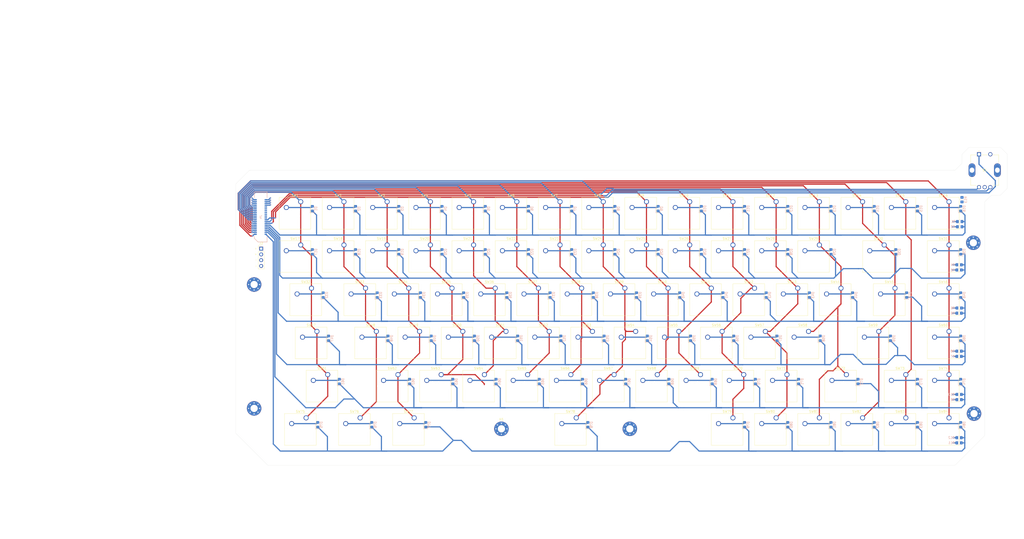
<source format=kicad_pcb>
(kicad_pcb (version 20221018) (generator pcbnew)
  (layers (0 "F.Cu" signal) (1 "In1.Cu" signal) (2 "In2.Cu" signal) (31 "B.Cu" signal) (34 "B.Paste" user) (35 "F.Paste" user) (36 "B.SilkS" user "B.Silkscreen") (37 "F.SilkS" user "F.Silkscreen") (38 "B.Mask" user) (39 "F.Mask" user) (44 "Edge.Cuts" user))
  (net 0 "")
  (net 1 "ROW0")
  (net 2 "Net-(D1-A)")
  (net 3 "Net-(D2-A)")
  (net 4 "Net-(D3-A)")
  (net 5 "Net-(D4-A)")
  (net 6 "Net-(D5-A)")
  (net 7 "Net-(D6-A)")
  (net 8 "Net-(D7-A)")
  (net 9 "Net-(D8-A)")
  (net 10 "Net-(D9-A)")
  (net 11 "Net-(D10-A)")
  (net 12 "Net-(D11-A)")
  (net 13 "Net-(D12-A)")
  (net 14 "Net-(D13-A)")
  (net 15 "Net-(D14-A)")
  (net 16 "Net-(D15-A)")
  (net 17 "Net-(D16-A)")
  (net 18 "ROW1")
  (net 19 "Net-(D17-A)")
  (net 20 "Net-(D18-A)")
  (net 21 "Net-(D19-A)")
  (net 22 "Net-(D20-A)")
  (net 23 "Net-(D21-A)")
  (net 24 "Net-(D22-A)")
  (net 25 "Net-(D23-A)")
  (net 26 "Net-(D24-A)")
  (net 27 "Net-(D25-A)")
  (net 28 "Net-(D26-A)")
  (net 29 "Net-(D27-A)")
  (net 30 "Net-(D28-A)")
  (net 31 "Net-(D29-A)")
  (net 32 "Net-(D30-A)")
  (net 33 "Net-(D31-A)")
  (net 34 "ROW2")
  (net 35 "Net-(D32-A)")
  (net 36 "Net-(D33-A)")
  (net 37 "Net-(D34-A)")
  (net 38 "Net-(D35-A)")
  (net 39 "Net-(D36-A)")
  (net 40 "Net-(D37-A)")
  (net 41 "Net-(D38-A)")
  (net 42 "Net-(D39-A)")
  (net 43 "Net-(D40-A)")
  (net 44 "Net-(D41-A)")
  (net 45 "Net-(D42-A)")
  (net 46 "Net-(D43-A)")
  (net 47 "Net-(D44-A)")
  (net 48 "Net-(D45-A)")
  (net 49 "Net-(D46-A)")
  (net 50 "ROW3")
  (net 51 "Net-(D47-A)")
  (net 52 "Net-(D48-A)")
  (net 53 "Net-(D49-A)")
  (net 54 "Net-(D50-A)")
  (net 55 "Net-(D51-A)")
  (net 56 "Net-(D52-A)")
  (net 57 "Net-(D53-A)")
  (net 58 "Net-(D54-A)")
  (net 59 "Net-(D55-A)")
  (net 60 "Net-(D56-A)")
  (net 61 "Net-(D57-A)")
  (net 62 "Net-(D58-A)")
  (net 63 "Net-(D59-A)")
  (net 64 "Net-(D60-A)")
  (net 65 "ROW4")
  (net 66 "Net-(D61-A)")
  (net 67 "Net-(D62-A)")
  (net 68 "Net-(D63-A)")
  (net 69 "Net-(D64-A)")
  (net 70 "Net-(D65-A)")
  (net 71 "Net-(D66-A)")
  (net 72 "Net-(D67-A)")
  (net 73 "Net-(D68-A)")
  (net 74 "Net-(D69-A)")
  (net 75 "Net-(D70-A)")
  (net 76 "Net-(D71-A)")
  (net 77 "Net-(D72-A)")
  (net 78 "Net-(D73-A)")
  (net 79 "Net-(D74-A)")
  (net 80 "ROW5")
  (net 81 "Net-(D75-A)")
  (net 82 "Net-(D76-A)")
  (net 83 "Net-(D77-A)")
  (net 84 "Net-(D78-A)")
  (net 85 "Net-(D79-A)")
  (net 86 "Net-(D80-A)")
  (net 87 "Net-(D81-A)")
  (net 88 "Net-(D82-A)")
  (net 89 "Net-(D83-A)")
  (net 90 "Net-(D84-A)")
  (net 91 "COL6")
  (net 92 "COL0")
  (net 93 "COL1")
  (net 94 "COL2")
  (net 95 "COL3")
  (net 96 "COL4")
  (net 97 "COL5")
  (net 98 "COL7")
  (net 99 "COL8")
  (net 100 "COL9")
  (net 101 "COL10")
  (net 102 "COL11")
  (net 103 "COL12")
  (net 104 "COL13")
  (net 105 "COL14")
  (net 106 "COL15")
  (net 107 "VCC")
  (net 108 "GND")
  (net 116 "ENC_SW")
  (net 117 "ENC_A")
  (net 118 "ENC_B")
  (footprint "Button_Switch_Keyboard:SW_Cherry_MX_1.00u_PCB" (layer "F.Cu") (at 190.8775 160.07)
    (fp_text reference "SW48")
    (fp_text value "~")
  )
  (footprint "Button_Switch_Keyboard:SW_Cherry_MX_1.50u_PCB" (layer "F.Cu") (at 419.4775 141.02)
    (fp_text reference "SW45")
    (fp_text value "~")
  )
  (footprint "Button_Switch_Keyboard:SW_Cherry_MX_1.00u_PCB" (layer "F.Cu") (at 305.1775 160.07)
    (fp_text reference "SW54")
    (fp_text value "~")
  )
  (footprint "MountingHole:MountingHole_3.2mm_M3_Pad_Via" (layer "F.Cu") (at 454.302944 196.302944)
    (fp_text reference "H2" hide)
    (fp_text value "MountingHole" hide)
  )
  (footprint "Button_Switch_Keyboard:SW_Cherry_MX_1.25u_PCB" (layer "F.Cu") (at 183.73375 198.17)
    (fp_text reference "SW76")
    (fp_text value "~")
  )
  (footprint "Button_Switch_Keyboard:SW_Cherry_MX_1.00u_PCB" (layer "F.Cu") (at 443.29 179.12)
    (fp_text reference "SW74")
    (fp_text value "~")
  )
  (footprint "Button_Switch_Keyboard:SW_Cherry_MX_1.75u_PCB" (layer "F.Cu") (at 164.68375 160.07)
    (fp_text reference "SW47")
    (fp_text value "~")
  )
  (footprint "Button_Switch_Keyboard:SW_Cherry_MX_1.00u_PCB" (layer "F.Cu") (at 248.0275 160.07)
    (fp_text reference "SW51")
    (fp_text value "~")
  )
  (footprint "Button_Switch_Keyboard:SW_Cherry_MX_1.00u_PCB" (layer "F.Cu") (at 443.29 160.07)
    (fp_text reference "SW60")
    (fp_text value "~")
  )
  (footprint "Button_Switch_Keyboard:SW_Cherry_MX_1.00u_PCB" (layer "F.Cu") (at 238.5025 179.12)
    (fp_text reference "SW64")
    (fp_text value "~")
  )
  (footprint "Button_Switch_Keyboard:SW_Cherry_MX_1.00u_PCB" (layer "F.Cu") (at 367.09 198.17)
    (fp_text reference "SW80")
    (fp_text value "~")
  )
  (footprint "Button_Switch_Keyboard:SW_Cherry_MX_1.00u_PCB" (layer "F.Cu") (at 395.665 141.02)
    (fp_text reference "SW44")
    (fp_text value "~")
  )
  (footprint "Button_Switch_Keyboard:SW_Cherry_MX_1.00u_PCB" (layer "F.Cu") (at 157.54 102.92)
    (fp_text reference "SW1")
    (fp_text value "~")
  )
  (footprint "Button_Switch_Keyboard:SW_Cherry_MX_1.00u_PCB" (layer "F.Cu") (at 228.9775 160.07)
    (fp_text reference "SW50")
    (fp_text value "~")
  )
  (footprint "Button_Switch_Keyboard:SW_Cherry_MX_1.00u_PCB" (layer "F.Cu") (at 195.64 102.92)
    (fp_text reference "SW3")
    (fp_text value "~")
  )
  (footprint "MountingHole:MountingHole_3.2mm_M3_Pad_Via" (layer "F.Cu") (at 246 203)
    (fp_text reference "H1")
    (fp_text value "MountingHole")
  )
  (footprint "Button_Switch_Keyboard:SW_Cherry_MX_1.00u_PCB" (layer "F.Cu") (at 309.94 121.97)
    (fp_text reference "SW25")
    (fp_text value "~")
  )
  (footprint "Button_Switch_Keyboard:SW_Cherry_MX_1.00u_PCB" (layer "F.Cu") (at 243.265 141.02)
    (fp_text reference "SW36")
    (fp_text value "~")
  )
  (footprint "Button_Switch_Keyboard:SW_Cherry_MX_1.00u_PCB" (layer "F.Cu") (at 271.84 121.97)
    (fp_text reference "SW23")
    (fp_text value "~")
  )
  (footprint "Button_Switch_Keyboard:SW_Cherry_MX_1.00u_PCB" (layer "F.Cu") (at 271.84 102.92)
    (fp_text reference "SW7")
    (fp_text value "~")
  )
  (footprint "Button_Switch_Keyboard:SW_Cherry_MX_2.25u_PCB" (layer "F.Cu") (at 169.44625 179.12)
    (fp_text reference "SW61")
    (fp_text value "~")
  )
  (footprint "Button_Switch_Keyboard:SW_Cherry_MX_1.00u_PCB" (layer "F.Cu") (at 281.365 141.02)
    (fp_text reference "SW38")
    (fp_text value "~")
  )
  (footprint "Button_Switch_Keyboard:SW_Cherry_MX_1.00u_PCB" (layer "F.Cu") (at 381.3775 160.07)
    (fp_text reference "SW58")
    (fp_text value "~")
  )
  (footprint "MountingHole:MountingHole_3.2mm_M3_Pad_Via" (layer "F.Cu") (at 454 121)
    (fp_text reference "H6" hide)
    (fp_text value "MountingHole")
  )
  (footprint "Button_Switch_Keyboard:SW_Cherry_MX_1.00u_PCB" (layer "F.Cu") (at 376.615 141.02)
    (fp_text reference "SW43")
    (fp_text value "~")
  )
  (footprint "Button_Switch_Keyboard:SW_Cherry_MX_1.00u_PCB" (layer "F.Cu") (at 157.54 121.97)
    (fp_text reference "SW17")
    (fp_text value "~")
  )
  (footprint "Button_Switch_Keyboard:SW_Cherry_MX_1.00u_PCB" (layer "F.Cu") (at 319.465 141.02)
    (fp_text reference "SW40")
    (fp_text value "~")
  )
  (footprint "Button_Switch_Keyboard:SW_Cherry_MX_1.00u_PCB" (layer "F.Cu") (at 186.115 141.02)
    (fp_text reference "SW33")
    (fp_text value "~")
  )
  (footprint "Button_Switch_Keyboard:SW_Cherry_MX_1.00u_PCB" (layer "F.Cu") (at 328.99 121.97)
    (fp_text reference "SW26")
    (fp_text value "~")
  )
  (footprint "Button_Switch_Keyboard:SW_Cherry_MX_1.00u_PCB" (layer "F.Cu") (at 443.29 102.92)
    (fp_text reference "SW16")
    (fp_text value "~")
  )
  (footprint "Button_Switch_Keyboard:SW_Cherry_MX_1.00u_PCB" (layer "F.Cu") (at 176.59 121.97)
    (fp_text reference "SW18")
    (fp_text value "~")
  )
  (footprint "Button_Switch_Keyboard:SW_Cherry_MX_1.00u_PCB" (layer "F.Cu") (at 362.3275 160.07)
    (fp_text reference "SW57")
    (fp_text value "~")
  )
  (footprint "Button_Switch_Keyboard:SW_Cherry_MX_2.00u_PCB" (layer "F.Cu") (at 414.715 121.97)
    (fp_text reference "SW30")
    (fp_text value "~")
  )
  (footprint "Button_Switch_Keyboard:SW_Cherry_MX_1.00u_PCB" (layer "F.Cu") (at 324.2275 160.07)
    (fp_text reference "SW55")
    (fp_text value "~")
  )
  (footprint "Button_Switch_Keyboard:SW_Cherry_MX_1.00u_PCB" (layer "F.Cu") (at 348.04 102.92)
    (fp_text reference "SW11")
    (fp_text value "~")
  )
  (footprint "Button_Switch_Keyboard:SW_Cherry_MX_1.00u_PCB" (layer "F.Cu") (at 328.99 102.92)
    (fp_text reference "SW10")
    (fp_text value "~")
  )
  (footprint "Button_Switch_Keyboard:SW_Cherry_MX_1.00u_PCB" (layer "F.Cu") (at 262.315 141.02)
    (fp_text reference "SW37")
    (fp_text value "~")
  )
  (footprint "Button_Switch_Keyboard:SW_Cherry_MX_1.00u_PCB" (layer "F.Cu") (at 386.14 121.97)
    (fp_text reference "SW29")
    (fp_text value "~")
  )
  (footprint "Button_Switch_Keyboard:SW_Cherry_MX_1.00u_PCB" (layer "F.Cu") (at 205.165 141.02)
    (fp_text reference "SW34")
    (fp_text value "~")
  )
  (footprint "Button_Switch_Keyboard:SW_Cherry_MX_1.00u_PCB" (layer "F.Cu") (at 233.74 102.92)
    (fp_text reference "SW5")
    (fp_text value "~")
  )
  (footprint "Button_Switch_Keyboard:SW_Cherry_MX_1.00u_PCB" (layer "F.Cu") (at 176.59 102.92)
    (fp_text reference "SW2")
    (fp_text value "~")
  )
  (footprint "Button_Switch_Keyboard:SW_Cherry_MX_1.00u_PCB" (layer "F.Cu") (at 443.29 121.97)
    (fp_text reference "SW31")
    (fp_text value "~")
  )
  (footprint "Button_Switch_Keyboard:SW_Cherry_MX_1.00u_PCB" (layer "F.Cu") (at 443.29 198.17)
    (fp_text reference "SW84")
    (fp_text value "~")
  )
  (footprint "Button_Switch_Keyboard:SW_Cherry_MX_1.00u_PCB" (layer "F.Cu") (at 386.14 198.17)
    (fp_text reference "SW81")
    (fp_text value "~")
  )
  (footprint "Button_Switch_Keyboard:SW_Cherry_MX_1.00u_PCB" (layer "F.Cu") (at 443.29 141.02)
    (fp_text reference "SW46")
    (fp_text value "~")
  )
  (footprint "Button_Switch_Keyboard:SW_Cherry_MX_1.00u_PCB" (layer "F.Cu") (at 338.515 141.02)
    (fp_text reference "SW41")
    (fp_text value "~")
  )
  (footprint "Button_Switch_Keyboard:SW_Cherry_MX_1.00u_PCB" (layer "F.Cu") (at 405.19 198.17)
    (fp_text reference "SW82")
    (fp_text value "~")
  )
  (footprint "Button_Switch_Keyboard:SW_Cherry_MX_1.00u_PCB" (layer "F.Cu") (at 386.14 102.92)
    (fp_text reference "SW13")
    (fp_text value "~")
  )
  (footprint "Button_Switch_Keyboard:SW_Cherry_MX_1.00u_PCB" (layer "F.Cu") (at 267.0775 160.07)
    (fp_text reference "SW52")
    (fp_text value "~")
  )
  (footprint "MountingHole:MountingHole_3.2mm_M3_Pad_Via" (layer "F.Cu") (at 137 139.4)
    (fp_text reference "H3" hide)
    (fp_text value "MountingHole" hide)
  )
  (footprint "Button_Switch_Keyboard:SW_Cherry_MX_6.25u_PCB" (layer "F.Cu") (at 278.98375 198.17)
    (fp_text reference "SW78")
    (fp_text value "~")
  )
  (footprint "Button_Switch_Keyboard:SW_Cherry_MX_1.00u_PCB" (layer "F.Cu") (at 352.8025 179.12)
    (fp_text reference "SW70")
    (fp_text value "~")
  )
  (footprint "Button_Switch_Keyboard:SW_Cherry_MX_1.00u_PCB" (layer "F.Cu") (at 233.74 121.97)
    (fp_text reference "SW21")
    (fp_text value "~")
  )
  (footprint "Connector_PinHeader_2.54mm:PinHeader_1x04_P2.54mm_Vertical" (layer "F.Cu") (at 140.126 123.596)
    (fp_text reference "J2")
    (fp_text value "Conn_01x04" hide)
  )
  (footprint "Button_Switch_Keyboard:SW_Cherry_MX_1.00u_PCB" (layer "F.Cu") (at 424.24 102.92)
    (fp_text reference "SW15")
    (fp_text value "~")
  )
  (footprint "Button_Switch_Keyboard:SW_Cherry_MX_1.50u_PCB" (layer "F.Cu") (at 162.3025 141.02)
    (fp_text reference "SW32")
    (fp_text value "~")
  )
  (footprint "Button_Switch_Keyboard:SW_Cherry_MX_1.00u_PCB" (layer "F.Cu") (at 252.79 102.92)
    (fp_text reference "SW6")
    (fp_text value "~")
  )
  (footprint "Button_Switch_Keyboard:SW_Cherry_MX_1.00u_PCB" (layer "F.Cu") (at 224.215 141.02)
    (fp_text reference "SW35")
    (fp_text value "~")
  )
  (footprint "Keyboard:XDCR_PEC12R-4220F-S0024" (layer "F.Cu") (at 459 89)
    (fp_text reference "S1")
    (fp_text value "PEC12R-4220F-S0024")
  )
  (footprint "Button_Switch_Keyboard:SW_Cherry_MX_1.00u_PCB" (layer "F.Cu") (at 276.6025 179.12)
    (fp_text reference "SW66")
    (fp_text value "~")
  )
  (footprint "MountingHole:MountingHole_3.2mm_M3_Pad_Via" (layer "F.Cu") (at 137 194)
    (fp_text reference "H4" hide)
    (fp_text value "MountingHole" hide)
  )
  (footprint "Button_Switch_Keyboard:SW_Cherry_MX_1.00u_PCB" (layer "F.Cu") (at 424.24 198.17)
    (fp_text reference "SW83")
    (fp_text value "~")
  )
  (footprint "Button_Switch_Keyboard:SW_Cherry_MX_1.00u_PCB" (layer "F.Cu") (at 257.5525 179.12)
    (fp_text reference "SW65")
    (fp_text value "~")
  )
  (footprint "Button_Switch_Keyboard:SW_Cherry_MX_1.00u_PCB" (layer "F.Cu") (at 300.415 141.02)
    (fp_text reference "SW39")
    (fp_text value "~")
  )
  (footprint "Button_Switch_Keyboard:SW_Cherry_MX_1.00u_PCB" (layer "F.Cu") (at 367.09 121.97)
    (fp_text reference "SW28")
    (fp_text value "~")
  )
  (footprint "Button_Switch_Keyboard:SW_Cherry_MX_1.25u_PCB" (layer "F.Cu") (at 207.54625 198.17)
    (fp_text reference "SW77")
    (fp_text value "~")
  )
  (footprint "Button_Switch_Keyboard:SW_Cherry_MX_1.00u_PCB" (layer "F.Cu") (at 290.89 121.97)
    (fp_text reference "SW24")
    (fp_text value "~")
  )
  (footprint "Button_Switch_Keyboard:SW_Cherry_MX_1.00u_PCB" (layer "F.Cu") (at 367.09 102.92)
    (fp_text reference "SW12")
    (fp_text value "~")
  )
  (footprint "Button_Switch_Keyboard:SW_Cherry_MX_1.00u_PCB" (layer "F.Cu") (at 405.19 102.92)
    (fp_text reference "SW14")
    (fp_text value "~")
  )
  (footprint "Button_Switch_Keyboard:SW_Cherry_MX_1.00u_PCB" (layer "F.Cu") (at 314.7025 179.12)
    (fp_text reference "SW68")
    (fp_text value "~")
  )
  (footprint "Button_Switch_Keyboard:SW_Cherry_MX_1.00u_PCB" (layer "F.Cu") (at 290.89 102.92)
    (fp_text reference "SW8")
    (fp_text value "~")
  )
  (footprint "Button_Switch_Keyboard:SW_Cherry_MX_1.00u_PCB" (layer "F.Cu") (at 309.94 102.92)
    (fp_text reference "SW9")
    (fp_text value "~")
  )
  (footprint "Button_Switch_Keyboard:SW_Cherry_MX_1.00u_PCB" (layer "F.Cu") (at 252.79 121.97)
    (fp_text reference "SW22")
    (fp_text value "~")
  )
  (footprint "Button_Switch_Keyboard:SW_Cherry_MX_1.00u_PCB" (layer "F.Cu") (at 343.2775 160.07)
    (fp_text reference "SW56")
    (fp_text value "~")
  )
  (footprint "Button_Switch_Keyboard:SW_Cherry_MX_1.00u_PCB" (layer "F.Cu") (at 348.04 198.17)
    (fp_text reference "SW79")
    (fp_text value "~")
  )
  (footprint "Button_Switch_Keyboard:SW_Cherry_MX_1.00u_PCB" (layer "F.Cu") (at 371.8525 179.12)
    (fp_text reference "SW71")
    (fp_text value "~")
  )
  (footprint "Button_Switch_Keyboard:SW_Cherry_MX_1.00u_PCB" (layer "F.Cu") (at 195.64 121.97)
    (fp_text reference "SW19")
    (fp_text value "~")
  )
  (footprint "Button_Switch_Keyboard:SW_Cherry_MX_1.75u_PCB" (layer "F.Cu") (at 398.04625 179.12)
    (fp_text reference "SW72")
    (fp_text value "~")
  )
  (footprint "Button_Switch_Keyboard:SW_Cherry_MX_1.00u_PCB" (layer "F.Cu") (at 214.69 121.97)
    (fp_text reference "SW20")
    (fp_text value "~")
  )
  (footprint "Button_Switch_Keyboard:SW_Cherry_MX_1.00u_PCB" (layer "F.Cu") (at 286.1275 160.07)
    (fp_text reference "SW53")
    (fp_text value "~")
  )
  (footprint "Button_Switch_Keyboard:SW_Cherry_MX_1.25u_PCB" (layer "F.Cu") (at 159.92125 198.17)
    (fp_text reference "SW75")
    (fp_text value "~")
  )
  (footprint "Button_Switch_Keyboard:SW_Cherry_MX_1.00u_PCB" (layer "F.Cu") (at 214.69 102.92)
    (fp_text reference "SW4")
    (fp_text value "~")
  )
  (footprint "Button_Switch_Keyboard:SW_Cherry_MX_1.00u_PCB" (layer "F.Cu") (at 424.24 179.12)
    (fp_text reference "SW73")
    (fp_text value "~")
  )
  (footprint "Button_Switch_Keyboard:SW_Cherry_MX_1.00u_PCB" (layer "F.Cu") (at 200.4025 179.12)
    (fp_text reference "SW62")
    (fp_text value "~")
  )
  (footprint "Button_Switch_Keyboard:SW_Cherry_MX_1.00u_PCB" (layer "F.Cu") (at 209.9275 160.07)
    (fp_text reference "SW49")
    (fp_text value "~")
  )
  (footprint "Button_Switch_Keyboard:SW_Cherry_MX_1.00u_PCB" (layer "F.Cu") (at 357.565 141.02)
    (fp_text reference "SW42")
    (fp_text value "~")
  )
  (footprint "Button_Switch_Keyboard:SW_Cherry_MX_1.00u_PCB" (layer "F.Cu") (at 333.7525 179.12)
    (fp_text reference "SW69")
    (fp_text value "~")
  )
  (footprint "Button_Switch_Keyboard:SW_Cherry_MX_1.00u_PCB" (layer "F.Cu") (at 295.6525 179.12)
    (fp_text reference "SW67")
    (fp_text value "~")
  )
  (footprint "Button_Switch_Keyboard:SW_Cherry_MX_2.25u_PCB" (layer "F.Cu") (at 412.33375 160.07)
    (fp_text reference "SW59")
    (fp_text value "~")
  )
  (footprint "Button_Switch_Keyboard:SW_Cherry_MX_1.00u_PCB" (layer "F.Cu") (at 348.04 121.97)
    (fp_text reference "SW27")
    (fp_text value "~")
  )
  (footprint "MountingHole:MountingHole_3.2mm_M3_Pad_Via" (layer "F.Cu") (at 302.6 203)
    (fp_text reference "H5" hide)
    (fp_text value "MountingHole" hide)
  )
  (footprint "Button_Switch_Keyboard:SW_Cherry_MX_1.00u_PCB" (layer "F.Cu") (at 219.4525 179.12)
    (fp_text reference "SW63")
    (fp_text value "~")
  )
  (footprint "Diode_SMD:D_0805_2012Metric_Pad1.15x1.40mm_HandSolder" (layer "B.Cu") (at 205.4825 182.15 90)
    (fp_text reference "D62")
    (fp_text value "D_Small_Filled")
  )
  (footprint "Diode_SMD:D_0805_2012Metric_Pad1.15x1.40mm_HandSolder" (layer "B.Cu") (at 353.12 125 90)
    (fp_text reference "D27")
    (fp_text value "D_Small_Filled")
  )
  (footprint "Diode_SMD:D_0805_2012Metric_Pad1.15x1.40mm_HandSolder" (layer "B.Cu") (at 367.4075 163.1 90)
    (fp_text reference "D57")
    (fp_text value "D_Small_Filled")
  )
  (footprint "Resistor_SMD:R_0805_2012Metric_Pad1.20x1.40mm_HandSolder" (layer "B.Cu") (at 447.736 132.994)
    (fp_text reference "R3")
    (fp_text value "10k" hide)
  )
  (footprint "Diode_SMD:D_0805_2012Metric_Pad1.15x1.40mm_HandSolder" (layer "B.Cu") (at 169.76375 163.1 90)
    (fp_text reference "D47")
    (fp_text value "D_Small_Filled")
  )
  (footprint "Diode_SMD:D_0805_2012Metric_Pad1.15x1.40mm_HandSolder" (layer "B.Cu") (at 212.62625 201.2 90)
    (fp_text reference "D77")
    (fp_text value "D_Small_Filled")
  )
  (footprint "Diode_SMD:D_0805_2012Metric_Pad1.15x1.40mm_HandSolder" (layer "B.Cu") (at 343.595 144.05 90)
    (fp_text reference "D41")
    (fp_text value "D_Small_Filled")
  )
  (footprint "Diode_SMD:D_0805_2012Metric_Pad1.15x1.40mm_HandSolder" (layer "B.Cu") (at 448.37 144.05 90)
    (fp_text reference "D46")
    (fp_text value "D_Small_Filled")
  )
  (footprint "Resistor_SMD:R_0805_2012Metric_Pad1.20x1.40mm_HandSolder" (layer "B.Cu") (at 447.99 113.944)
    (fp_text reference "R2")
    (fp_text value "10k" hide)
  )
  (footprint "Diode_SMD:D_0805_2012Metric_Pad1.15x1.40mm_HandSolder" (layer "B.Cu") (at 238.82 125 90)
    (fp_text reference "D21")
    (fp_text value "D_Small_Filled")
  )
  (footprint "Resistor_SMD:R_0805_2012Metric_Pad1.20x1.40mm_HandSolder" (layer "B.Cu") (at 447.76381 149.758 180)
    (fp_text reference "R6")
    (fp_text value "10k" hide)
  )
  (footprint "Resistor_SMD:R_0805_2012Metric_Pad1.20x1.40mm_HandSolder" (layer "B.Cu") (at 447.72 168.788 180)
    (fp_text reference "R8")
    (fp_text value "10k" hide)
  )
  (footprint "Resistor_SMD:R_0805_2012Metric_Pad1.20x1.40mm_HandSolder" (layer "B.Cu") (at 447.72 171.094)
    (fp_text reference "R7")
    (fp_text value "10k" hide)
  )
  (footprint "Diode_SMD:D_0805_2012Metric_Pad1.15x1.40mm_HandSolder" (layer "B.Cu") (at 162.62 105.95 90)
    (fp_text reference "D1")
    (fp_text value "D_Small_Filled")
  )
  (footprint "Diode_SMD:D_0805_2012Metric_Pad1.15x1.40mm_HandSolder" (layer "B.Cu") (at 310.2575 163.1 90)
    (fp_text reference "D54")
    (fp_text value "D_Small_Filled")
  )
  (footprint "Diode_SMD:D_0805_2012Metric_Pad1.15x1.40mm_HandSolder" (layer "B.Cu") (at 295.97 105.95 90)
    (fp_text reference "D8")
    (fp_text value "D_Small_Filled")
  )
  (footprint "Diode_SMD:D_0805_2012Metric_Pad1.15x1.40mm_HandSolder" (layer "B.Cu") (at 376.9325 182.15 90)
    (fp_text reference "D71")
    (fp_text value "D_Small_Filled")
  )
  (footprint "Diode_SMD:D_0805_2012Metric_Pad1.15x1.40mm_HandSolder" (layer "B.Cu") (at 448.37 182.15 90)
    (fp_text reference "D74")
    (fp_text value "D_Small_Filled")
  )
  (footprint "Diode_SMD:D_0805_2012Metric_Pad1.15x1.40mm_HandSolder" (layer "B.Cu") (at 219.77 125 90)
    (fp_text reference "D20")
    (fp_text value "D_Small_Filled")
  )
  (footprint "Diode_SMD:D_0805_2012Metric_Pad1.15x1.40mm_HandSolder" (layer "B.Cu") (at 391.22 125 90)
    (fp_text reference "D29")
    (fp_text value "D_Small_Filled")
  )
  (footprint "Diode_SMD:D_0805_2012Metric_Pad1.15x1.40mm_HandSolder" (layer "B.Cu") (at 286.445 144.05 90)
    (fp_text reference "D38")
    (fp_text value "D_Small_Filled")
  )
  (footprint "Diode_SMD:D_0805_2012Metric_Pad1.15x1.40mm_HandSolder" (layer "B.Cu") (at 391.22 105.95 90)
    (fp_text reference "D13")
    (fp_text value "D_Small_Filled")
  )
  (footprint "Diode_SMD:D_0805_2012Metric_Pad1.15x1.40mm_HandSolder" (layer "B.Cu") (at 419.795 125 90)
    (fp_text reference "D30")
    (fp_text value "D_Small_Filled")
  )
  (footprint "Diode_SMD:D_0805_2012Metric_Pad1.15x1.40mm_HandSolder" (layer "B.Cu") (at 210.245 144.05 90)
    (fp_text reference "D34")
    (fp_text value "D_Small_Filled")
  )
  (footprint "Diode_SMD:D_0805_2012Metric_Pad1.15x1.40mm_HandSolder" (layer "B.Cu") (at 167.3825 144.05 90)
    (fp_text reference "D32")
    (fp_text value "D_Small_Filled")
  )
  (footprint "Diode_SMD:D_0805_2012Metric_Pad1.15x1.40mm_HandSolder" (layer "B.Cu") (at 253.1075 163.1 90)
    (fp_text reference "D51")
    (fp_text value "D_Small_Filled")
  )
  (footprint "Diode_SMD:D_0805_2012Metric_Pad1.15x1.40mm_HandSolder" (layer "B.Cu") (at 276.92 125 90)
    (fp_text reference "D23")
    (fp_text value "D_Small_Filled")
  )
  (footprint "Diode_SMD:D_0805_2012Metric_Pad1.15x1.40mm_HandSolder" (layer "B.Cu") (at 353.12 201.2 90)
    (fp_text reference "D79")
    (fp_text value "D_Small_Filled")
  )
  (footprint "Diode_SMD:D_0805_2012Metric_Pad1.15x1.40mm_HandSolder" (layer "B.Cu") (at 315.02 105.95 90)
    (fp_text reference "D9")
    (fp_text value "D_Small_Filled")
  )
  (footprint "Diode_SMD:D_0805_2012Metric_Pad1.15x1.40mm_HandSolder" (layer "B.Cu") (at 448.37 125 90)
    (fp_text reference "D31")
    (fp_text value "D_Small_Filled")
  )
  (footprint "Diode_SMD:D_0805_2012Metric_Pad1.15x1.40mm_HandSolder" (layer "B.Cu") (at 386.4575 163.1 90)
    (fp_text reference "D58")
    (fp_text value "D_Small_Filled")
  )
  (footprint "Diode_SMD:D_0805_2012Metric_Pad1.15x1.40mm_HandSolder" (layer "B.Cu") (at 372.17 105.95 90)
    (fp_text reference "D12")
    (fp_text value "D_Small_Filled")
  )
  (footprint "Diode_SMD:D_0805_2012Metric_Pad1.15x1.40mm_HandSolder" (layer "B.Cu") (at 215.0075 163.1 90)
    (fp_text reference "D49")
    (fp_text value "D_Small_Filled")
  )
  (footprint "Resistor_SMD:R_0805_2012Metric_Pad1.20x1.40mm_HandSolder" (layer "B.Cu") (at 449 102 90)
    (fp_text reference "R13")
    (fp_text value "10k")
  )
  (footprint "Diode_SMD:D_0805_2012Metric_Pad1.15x1.40mm_HandSolder" (layer "B.Cu") (at 229.295 144.05 90)
    (fp_text reference "D35")
    (fp_text value "D_Small_Filled")
  )
  (footprint "Diode_SMD:D_0805_2012Metric_Pad1.15x1.40mm_HandSolder" (layer "B.Cu") (at 372.17 125 90)
    (fp_text reference "D28")
    (fp_text value "D_Small_Filled")
  )
  (footprint "Diode_SMD:D_0805_2012Metric_Pad1.15x1.40mm_HandSolder" (layer "B.Cu") (at 267.395 144.05 90)
    (fp_text reference "D37")
    (fp_text value "D_Small_Filled")
  )
  (footprint "Diode_SMD:D_0805_2012Metric_Pad1.15x1.40mm_HandSolder" (layer "B.Cu") (at 410.27 105.95 90)
    (fp_text reference "D14")
    (fp_text value "D_Small_Filled")
  )
  (footprint "Diode_SMD:D_0805_2012Metric_Pad1.15x1.40mm_HandSolder" (layer "B.Cu") (at 429.32 105.95 90)
    (fp_text reference "D15")
    (fp_text value "D_Small_Filled")
  )
  (footprint "Diode_SMD:D_0805_2012Metric_Pad1.15x1.40mm_HandSolder" (layer "B.Cu") (at 191.195 144.05 90)
    (fp_text reference "D33")
    (fp_text value "D_Small_Filled")
  )
  (footprint "Diode_SMD:D_0805_2012Metric_Pad1.15x1.40mm_HandSolder" (layer "B.Cu") (at 281.6825 182.15 90)
    (fp_text reference "D66")
    (fp_text value "D_Small_Filled")
  )
  (footprint "Diode_SMD:D_0805_2012Metric_Pad1.15x1.40mm_HandSolder" (layer "B.Cu") (at 362.645 144.05 90)
    (fp_text reference "D42")
    (fp_text value "D_Small_Filled")
  )
  (footprint "Diode_SMD:D_0805_2012Metric_Pad1.15x1.40mm_HandSolder" (layer "B.Cu") (at 334.07 125 90)
    (fp_text reference "D26")
    (fp_text value "D_Small_Filled")
  )
  (footprint "Diode_SMD:D_0805_2012Metric_Pad1.15x1.40mm_HandSolder" (layer "B.Cu") (at 305.495 144.05 90)
    (fp_text reference "D39")
    (fp_text value "D_Small_Filled")
  )
  (footprint "Diode_SMD:D_0805_2012Metric_Pad1.15x1.40mm_HandSolder" (layer "B.Cu") (at 295.97 125 90)
    (fp_text reference "D24")
    (fp_text value "D_Small_Filled")
  )
  (footprint "Diode_SMD:D_0805_2012Metric_Pad1.15x1.40mm_HandSolder" (layer "B.Cu") (at 200.72 125 90)
    (fp_text reference "D19")
    (fp_text value "D_Small_Filled")
  )
  (footprint "Diode_SMD:D_0805_2012Metric_Pad1.15x1.40mm_HandSolder" (layer "B.Cu") (at 429.32 182.15 90)
    (fp_text reference "D73")
    (fp_text value "D_Small_Filled")
  )
  (footprint "Diode_SMD:D_0805_2012Metric_Pad1.15x1.40mm_HandSolder" (layer "B.Cu") (at 291.2075 163.1 90)
    (fp_text reference "D53")
    (fp_text value "D_Small_Filled")
  )
  (footprint "Resistor_SMD:R_0805_2012Metric_Pad1.20x1.40mm_HandSolder" (layer "B.Cu") (at 447.736 130.708 180)
    (fp_text reference "R4")
    (fp_text value "10k" hide)
  )
  (footprint "Resistor_SMD:R_0805_2012Metric_Pad1.20x1.40mm_HandSolder" (layer "B.Cu") (at 447.704 209.194)
    (fp_text reference "R11")
    (fp_text value "10k" hide)
  )
  (footprint "Diode_SMD:D_0805_2012Metric_Pad1.15x1.40mm_HandSolder" (layer "B.Cu") (at 429.32 201.2 90)
    (fp_text reference "D83")
    (fp_text value "D_Small_Filled")
  )
  (footprint "Diode_SMD:D_0805_2012Metric_Pad1.15x1.40mm_HandSolder" (layer "B.Cu") (at 448.37 163.1 90)
    (fp_text reference "D60")
    (fp_text value "D_Small_Filled")
  )
  (footprint "Diode_SMD:D_0805_2012Metric_Pad1.15x1.40mm_HandSolder" (layer "B.Cu") (at 195.9575 163.1 90)
    (fp_text reference "D48")
    (fp_text value "D_Small_Filled")
  )
  (footprint "Diode_SMD:D_0805_2012Metric_Pad1.15x1.40mm_HandSolder" (layer "B.Cu") (at 353.12 105.95 90)
    (fp_text reference "D11")
    (fp_text value "D_Small_Filled")
  )
  (footprint "Diode_SMD:D_0805_2012Metric_Pad1.15x1.40mm_HandSolder" (layer "B.Cu") (at 381.695 144.05 90)
    (fp_text reference "D43")
    (fp_text value "D_Small_Filled")
  )
  (footprint "Diode_SMD:D_0805_2012Metric_Pad1.15x1.40mm_HandSolder" (layer "B.Cu") (at 200.72 105.95 90)
    (fp_text reference "D3")
    (fp_text value "D_Small_Filled")
  )
  (footprint "Diode_SMD:D_0805_2012Metric_Pad1.15x1.40mm_HandSolder" (layer "B.Cu") (at 181.67 105.95 90)
    (fp_text reference "D2")
    (fp_text value "D_Small_Filled")
  )
  (footprint "Diode_SMD:D_0805_2012Metric_Pad1.15x1.40mm_HandSolder" (layer "B.Cu") (at 248.345 144.05 90)
    (fp_text reference "D36")
    (fp_text value "D_Small_Filled")
  )
  (footprint "Diode_SMD:D_0805_2012Metric_Pad1.15x1.40mm_HandSolder" (layer "B.Cu") (at 272.1575 163.1 90)
    (fp_text reference "D52")
    (fp_text value "D_Small_Filled")
  )
  (footprint "Diode_SMD:D_0805_2012Metric_Pad1.15x1.40mm_HandSolder" (layer "B.Cu") (at 181.67 125 90)
    (fp_text reference "D18")
    (fp_text value "D_Small_Filled")
  )
  (footprint "Diode_SMD:D_0805_2012Metric_Pad1.15x1.40mm_HandSolder" (layer "B.Cu") (at 262.6325 182.15 90)
    (fp_text reference "D65")
    (fp_text value "D_Small_Filled")
  )
  (footprint "Diode_SMD:D_0805_2012Metric_Pad1.15x1.40mm_HandSolder" (layer "B.Cu") (at 417.41375 163.1 90)
    (fp_text reference "D59")
    (fp_text value "D_Small_Filled")
  )
  (footprint "Diode_SMD:D_0805_2012Metric_Pad1.15x1.40mm_HandSolder" (layer "B.Cu") (at 334.07 105.95 90)
    (fp_text reference "D10")
    (fp_text value "D_Small_Filled")
  )
  (footprint "Diode_SMD:D_0805_2012Metric_Pad1.15x1.40mm_HandSolder" (layer "B.Cu") (at 403.12625 182.15 90)
    (fp_text reference "D72")
    (fp_text value "D_Small_Filled")
  )
  (footprint "Diode_SMD:D_0805_2012Metric_Pad1.15x1.40mm_HandSolder" (layer "B.Cu") (at 424.5575 144.05 90)
    (fp_text reference "D45")
    (fp_text value "D_Small_Filled")
  )
  (footprint "Diode_SMD:D_0805_2012Metric_Pad1.15x1.40mm_HandSolder" (layer "B.Cu") (at 188.81375 201.2 90)
    (fp_text reference "D76")
    (fp_text value "D_Small_Filled")
  )
  (footprint "Diode_SMD:D_0805_2012Metric_Pad1.15x1.40mm_HandSolder" (layer "B.Cu") (at 300.7325 182.15 90)
    (fp_text reference "D67")
    (fp_text value "D_Small_Filled")
  )
  (footprint "Resistor_SMD:R_0805_2012Metric_Pad1.20x1.40mm_HandSolder" (layer "B.Cu") (at 447.736 152.044)
    (fp_text reference "R5")
    (fp_text value "10k" hide)
  )
  (footprint "Diode_SMD:D_0805_2012Metric_Pad1.15x1.40mm_HandSolder" (layer "B.Cu") (at 372.17 201.2 90)
    (fp_text reference "D80")
    (fp_text value "D_Small_Filled")
  )
  (footprint "Resistor_SMD:R_0805_2012Metric_Pad1.20x1.40mm_HandSolder" (layer "B.Cu") (at 447.736 187.858 180)
    (fp_text reference "R10")
    (fp_text value "10k" hide)
  )
  (footprint "Diode_SMD:D_0805_2012Metric_Pad1.15x1.40mm_HandSolder" (layer "B.Cu") (at 257.87 105.95 90)
    (fp_text reference "D6")
    (fp_text value "D_Small_Filled")
  )
  (footprint "Diode_SMD:D_0805_2012Metric_Pad1.15x1.40mm_HandSolder" (layer "B.Cu") (at 329.3075 163.1 90)
    (fp_text reference "D55")
    (fp_text value "D_Small_Filled")
  )
  (footprint "Diode_SMD:D_0805_2012Metric_Pad1.15x1.40mm_HandSolder" (layer "B.Cu") (at 276.92 105.95 90)
    (fp_text reference "D7")
    (fp_text value "D_Small_Filled")
  )
  (footprint "Diode_SMD:D_0805_2012Metric_Pad1.15x1.40mm_HandSolder" (layer "B.Cu") (at 348.3575 163.1 90)
    (fp_text reference "D56")
    (fp_text value "D_Small_Filled")
  )
  (footprint "Diode_SMD:D_0805_2012Metric_Pad1.15x1.40mm_HandSolder" (layer "B.Cu") (at 243.5825 182.15 90)
    (fp_text reference "D64")
    (fp_text value "D_Small_Filled")
  )
  (footprint "Resistor_SMD:R_0805_2012Metric_Pad1.20x1.40mm_HandSolder" (layer "B.Cu") (at 447.99 111.658 180)
    (fp_text reference "R1")
    (fp_text value "10k" hide)
  )
  (footprint "Diode_SMD:D_0805_2012Metric_Pad1.15x1.40mm_HandSolder" (layer "B.Cu") (at 315.02 125 90)
    (fp_text reference "D25")
    (fp_text value "D_Small_Filled")
  )
  (footprint "Resistor_SMD:R_0805_2012Metric_Pad1.20x1.40mm_HandSolder" (layer "B.Cu") (at 447.736 190.144)
    (fp_text reference "R9")
    (fp_text value "10k" hide)
  )
  (footprint "Diode_SMD:D_0805_2012Metric_Pad1.15x1.40mm_HandSolder" (layer "B.Cu") (at 448.37 105.95 90)
    (fp_text reference "D16")
    (fp_text value "D_Small_Filled")
  )
  (footprint "Diode_SMD:D_0805_2012Metric_Pad1.15x1.40mm_HandSolder" (layer "B.Cu") (at 162.62 125 90)
    (fp_text reference "D17")
    (fp_text value "D_Small_Filled")
  )
  (footprint "Diode_SMD:D_0805_2012Metric_Pad1.15x1.40mm_HandSolder" (layer "B.Cu") (at 257.87 125 90)
    (fp_text reference "D22")
    (fp_text value "D_Small_Filled")
  )
  (footprint "Resistor_SMD:R_0805_2012Metric_Pad1.20x1.40mm_HandSolder" (layer "B.Cu") (at 447.704 206.908 180)
    (fp_text reference "R12")
    (fp_text value "10k" hide)
  )
  (footprint "Diode_SMD:D_0805_2012Metric_Pad1.15x1.40mm_HandSolder" (layer "B.Cu") (at 324.545 144.05 90)
    (fp_text reference "D40")
    (fp_text value "D_Small_Filled")
  )
  (footprint "Diode_SMD:D_0805_2012Metric_Pad1.15x1.40mm_HandSolder" (layer "B.Cu") (at 357.8825 182.15 90)
    (fp_text reference "D70")
    (fp_text value "D_Small_Filled")
  )
  (footprint "Diode_SMD:D_0805_2012Metric_Pad1.15x1.40mm_HandSolder" (layer "B.Cu") (at 448.37 201.2 90)
    (fp_text reference "D84")
    (fp_text value "D_Small_Filled")
  )
  (footprint "Diode_SMD:D_0805_2012Metric_Pad1.15x1.40mm_HandSolder" (layer "B.Cu") (at 165.00125 201.2 90)
    (fp_text reference "D75")
    (fp_text value "D_Small_Filled")
  )
  (footprint "Diode_SMD:D_0805_2012Metric_Pad1.15x1.40mm_HandSolder" (layer "B.Cu") (at 238.82 105.95 90)
    (fp_text reference "D5")
    (fp_text value "D_Small_Filled")
  )
  (footprint "Diode_SMD:D_0805_2012Metric_Pad1.15x1.40mm_HandSolder" (layer "B.Cu") (at 391.22 201.2 90)
    (fp_text reference "D81")
    (fp_text value "D_Small_Filled")
  )
  (footprint "Diode_SMD:D_0805_2012Metric_Pad1.15x1.40mm_HandSolder" (layer "B.Cu") (at 410.27 201.2 90)
    (fp_text reference "D82")
    (fp_text value "D_Small_Filled")
  )
  (footprint "Diode_SMD:D_0805_2012Metric_Pad1.15x1.40mm_HandSolder" (layer "B.Cu") (at 234.0575 163.1 90)
    (fp_text reference "D50")
    (fp_text value "D_Small_Filled")
  )
  (footprint "Diode_SMD:D_0805_2012Metric_Pad1.15x1.40mm_HandSolder" (layer "B.Cu") (at 284.06375 201.2 90)
    (fp_text reference "D78")
    (fp_text value "D_Small_Filled")
  )
  (footprint "Diode_SMD:D_0805_2012Metric_Pad1.15x1.40mm_HandSolder" (layer "B.Cu") (at 338.8325 182.15 90)
    (fp_text reference "D69")
    (fp_text value "D_Small_Filled")
  )
  (footprint "Keyboard:SAMTEC_ERF8-020-05.0-L-DV-K-TR" (layer "B.Cu") (at 139.908 109.646 -90)
    (fp_text reference "J4")
    (fp_text value "Conn_02x20_Odd_Even")
  )
  (footprint "Diode_SMD:D_0805_2012Metric_Pad1.15x1.40mm_HandSolder" (layer "B.Cu") (at 219.77 105.95 90)
    (fp_text reference "D4")
    (fp_text value "D_Small_Filled")
  )
  (footprint "Diode_SMD:D_0805_2012Metric_Pad1.15x1.40mm_HandSolder" (layer "B.Cu") (at 319.7825 182.15 90)
    (fp_text reference "D68")
    (fp_text value "D_Small_Filled")
  )
  (footprint "Diode_SMD:D_0805_2012Metric_Pad1.15x1.40mm_HandSolder" (layer "B.Cu") (at 174.52625 182.15 90)
    (fp_text reference "D61")
    (fp_text value "D_Small_Filled")
  )
  (footprint "Diode_SMD:D_0805_2012Metric_Pad1.15x1.40mm_HandSolder" (layer "B.Cu") (at 224.5325 182.15 90)
    (fp_text reference "D63")
    (fp_text value "D_Small_Filled")
  )
  (footprint "Diode_SMD:D_0805_2012Metric_Pad1.15x1.40mm_HandSolder" (layer "B.Cu") (at 400.745 144.05 90)
    (fp_text reference "D44")
    (fp_text value "D_Small_Filled")
  )
  (gr_poly (pts (xy 462 100) (xy 459 103) (xy 459 206) (xy 446 219) (xy 143 219) (xy 129 205) (xy 129 95) (xy 135 89) (xy 446 89) (xy 449 86) (xy 449 82) (xy 452 79) (xy 466 79) (xy 469 82) (xy 469 97) (xy 466 100)) (stroke (width 0.05)) (fill none) (layer "Edge.Cuts"))
  (gr_text "+" (at 137.078 126.634) (layer "F.SilkS") (effects (font (size 1 1) (thickness 0.1)) (justify left bottom)))
  (gr_text "-" (at 137.332 127.904 -90) (layer "F.SilkS") (effects (font (size 1 1) (thickness 0.1)) (justify left bottom)))
  (gr_text "+" (at 137.078 124.094) (layer "F.SilkS") (effects (font (size 1 1) (thickness 0.1)) (justify left bottom)))
  (gr_text "-" (at 138.348 131.968 90) (layer "F.SilkS") (effects (font (size 1 1) (thickness 0.1)) (justify left bottom)))
  (segment (start 448.37 106.8875) (end 450.32 108.8375) (width 0.508) (layer "B.Cu") (net 1))
  (segment (start 449.306 117.6) (end 433.82 117.6) (width 0.508) (layer "B.Cu") (net 1))
  (segment (start 316.92 108.7875) (end 316.92 117.6) (width 0.508) (layer "B.Cu") (net 1))
  (segment (start 338.62 117.6) (end 357.52 117.6) (width 0.508) (layer "B.Cu") (net 1))
  (segment (start 431.22 108.7875) (end 431.22 117.6) (width 0.508) (layer "B.Cu") (net 1))
  (segment (start 357.52 117.6) (end 376.72 117.6) (width 0.508) (layer "B.Cu") (net 1))
  (segment (start 355.02 108.7875) (end 355.02 117.6) (width 0.508) (layer "B.Cu") (net 1))
  (segment (start 410.27 106.8875) (end 412.22 108.8375) (width 0.508) (layer "B.Cu") (net 1))
  (segment (start 315.02 106.8875) (end 316.92 108.7875) (width 0.508) (layer "B.Cu") (net 1))
  (segment (start 183.62 108.8375) (end 183.62 117.6) (width 0.508) (layer "B.Cu") (net 1))
  (segment (start 240.72 117.51) (end 240.81 117.6) (width 0.508) (layer "B.Cu") (net 1))
  (segment (start 186.52 117.6) (end 205.32 117.6) (width 0.508) (layer "B.Cu") (net 1))
  (segment (start 240.81 117.6) (end 243.42 117.6) (width 0.508) (layer "B.Cu") (net 1))
  (segment (start 202.62 117.6) (end 205.32 117.6) (width 0.508) (layer "B.Cu") (net 1))
  (segment (start 353.12 106.8875) (end 355.02 108.7875) (width 0.508) (layer "B.Cu") (net 1))
  (segment (start 412.22 108.8375) (end 412.22 117.6) (width 0.508) (layer "B.Cu") (net 1))
  (segment (start 281.52 117.6) (end 300.22 117.6) (width 0.508) (layer "B.Cu") (net 1))
  (segment (start 319.62 117.6) (end 338.62 117.6) (width 0.508) (layer "B.Cu") (net 1))
  (segment (start 335.92 117.6) (end 338.62 117.6) (width 0.508) (layer "B.Cu") (net 1))
  (segment (start 297.92 117.6) (end 300.22 117.6) (width 0.508) (layer "B.Cu") (net 1))
  (segment (start 450.32 111.912) (end 450.32 113.944) (width 0.508) (layer "B.Cu") (net 1))
  (segment (start 240.72 108.7875) (end 240.72 117.51) (width 0.508) (layer "B.Cu") (net 1))
  (segment (start 278.82 117.51) (end 278.91 117.6) (width 0.508) (layer "B.Cu") (net 1))
  (segment (start 278.91 117.6) (end 281.52 117.6) (width 0.508) (layer "B.Cu") (net 1))
  (segment (start 334.07 106.8875) (end 335.92 108.7375) (width 0.508) (layer "B.Cu") (net 1))
  (segment (start 450.32 116.586) (end 449.306 117.6) (width 0.508) (layer "B.Cu") (net 1))
  (segment (start 219.77 106.8875) (end 221.72 108.8375) (width 0.508) (layer "B.Cu") (net 1))
  (segment (start 205.32 117.6) (end 224.52 117.6) (width 0.508) (layer "B.Cu") (net 1))
  (segment (start 238.82 106.8875) (end 240.72 108.7875) (width 0.508) (layer "B.Cu") (net 1))
  (segment (start 393.12 117.6) (end 395.82 117.6) (width 0.508) (layer "B.Cu") (net 1))
  (segment (start 259.72 108.7375) (end 259.72 117.6) (width 0.508) (layer "B.Cu") (net 1))
  (segment (start 391.22 106.8875) (end 393.12 108.7875) (width 0.508) (layer "B.Cu") (net 1))
  (segment (start 181.67 106.8875) (end 183.62 108.8375) (width 0.508) (layer "B.Cu") (net 1))
  (segment (start 450.32 113.944) (end 450.32 116.586) (width 0.508) (layer "B.Cu") (net 1))
  (segment (start 295.97 106.8875) (end 297.92 108.8375) (width 0.508) (layer "B.Cu") (net 1))
  (segment (start 372.17 106.8875) (end 374.02 108.7375) (width 0.508) (layer "B.Cu") (net 1))
  (segment (start 316.92 117.6) (end 319.62 117.6) (width 0.508) (layer "B.Cu") (net 1))
  (segment (start 448.99 113.944) (end 450.32 113.944) (width 0.508) (layer "B.Cu") (net 1))
  (segment (start 414.92 117.6) (end 433.82 117.6) (width 0.508) (layer "B.Cu") (net 1))
  (segment (start 243.42 117.6) (end 262.42 117.6) (width 0.508) (layer "B.Cu") (net 1))
  (segment (start 162.62 106.8875) (end 164.52 108.7875) (width 0.508) (layer "B.Cu") (net 1))
  (segment (start 221.72 117.6) (end 224.52 117.6) (width 0.508) (layer "B.Cu") (net 1))
  (segment (start 429.32 106.8875) (end 431.22 108.7875) (width 0.508) (layer "B.Cu") (net 1))
  (segment (start 259.72 117.6) (end 262.42 117.6) (width 0.508) (layer "B.Cu") (net 1))
  (segment (start 168.62 117.6) (end 186.52 117.6) (width 0.508) (layer "B.Cu") (net 1))
  (segment (start 374.02 108.7375) (end 374.02 117.6) (width 0.508) (layer "B.Cu") (net 1))
  (segment (start 183.62 117.6) (end 186.52 117.6) (width 0.508) (layer "B.Cu") (net 1))
  (segment (start 276.92 106.8875) (end 278.82 108.7875) (width 0.508) (layer "B.Cu") (net 1))
  (segment (start 393.12 108.7875) (end 393.12 117.6) (width 0.508) (layer "B.Cu") (net 1))
  (segment (start 450.32 111.658) (end 450.32 111.912) (width 0.508) (layer "B.Cu") (net 1))
  (segment (start 148.354 117.6) (end 168.62 117.6) (width 0.508) (layer "B.Cu") (net 1))
  (segment (start 431.22 117.6) (end 433.82 117.6) (width 0.508) (layer "B.Cu") (net 1))
  (segment (start 142.158 113.246) (end 144 113.246) (width 0.508) (layer "B.Cu") (net 1))
  (segment (start 374.02 117.6) (end 376.72 117.6) (width 0.508) (layer "B.Cu") (net 1))
  (segment (start 262.42 117.6) (end 281.52 117.6) (width 0.508) (layer "B.Cu") (net 1))
  (segment (start 202.62 108.7875) (end 202.62 117.6) (width 0.508) (layer "B.Cu") (net 1))
  (segment (start 335.92 108.7375) (end 335.92 117.6) (width 0.508) (layer "B.Cu") (net 1))
  (segment (start 144 113.246) (end 148.354 117.6) (width 0.508) (layer "B.Cu") (net 1))
  (segment (start 297.92 108.8375) (end 297.92 117.6) (width 0.508) (layer "B.Cu") (net 1))
  (segment (start 224.52 117.6) (end 243.42 117.6) (width 0.508) (layer "B.Cu") (net 1))
  (segment (start 355.02 117.6) (end 357.52 117.6) (width 0.508) (layer "B.Cu") (net 1))
  (segment (start 395.82 117.6) (end 414.92 117.6) (width 0.508) (layer "B.Cu") (net 1))
  (segment (start 448.99 111.658) (end 450.32 111.658) (width 0.508) (layer "B.Cu") (net 1))
  (segment (start 450.32 108.8375) (end 450.32 111.658) (width 0.508) (layer "B.Cu") (net 1))
  (segment (start 300.22 117.6) (end 319.62 117.6) (width 0.508) (layer "B.Cu") (net 1))
  (segment (start 164.52 117.6) (end 168.62 117.6) (width 0.508) (layer "B.Cu") (net 1))
  (segment (start 200.72 106.8875) (end 202.62 108.7875) (width 0.508) (layer "B.Cu") (net 1))
  (segment (start 221.72 108.8375) (end 221.72 117.6) (width 0.508) (layer "B.Cu") (net 1))
  (segment (start 412.22 117.6) (end 414.92 117.6) (width 0.508) (layer "B.Cu") (net 1))
  (segment (start 164.52 108.7875) (end 164.52 117.6) (width 0.508) (layer "B.Cu") (net 1))
  (segment (start 376.72 117.6) (end 395.82 117.6) (width 0.508) (layer "B.Cu") (net 1))
  (segment (start 257.87 106.8875) (end 259.72 108.7375) (width 0.508) (layer "B.Cu") (net 1))
  (segment (start 278.82 108.7875) (end 278.82 117.51) (width 0.508) (layer "B.Cu") (net 1))
  (segment (start 162.1725 105.46) (end 162.62 105.0125) (width 0.508) (layer "B.Cu") (net 2))
  (segment (start 151.19 105.46) (end 162.1725 105.46) (width 0.508) (layer "B.Cu") (net 2))
  (segment (start 170.24 105.46) (end 181.2225 105.46) (width 0.508) (layer "B.Cu") (net 3))
  (segment (start 181.2225 105.46) (end 181.67 105.0125) (width 0.508) (layer "B.Cu") (net 3))
  (segment (start 200.2725 105.46) (end 200.72 105.0125) (width 0.508) (layer "B.Cu") (net 4))
  (segment (start 189.29 105.46) (end 200.2725 105.46) (width 0.508) (layer "B.Cu") (net 4))
  (segment (start 208.34 105.46) (end 219.3225 105.46) (width 0.508) (layer "B.Cu") (net 5))
  (segment (start 219.3225 105.46) (end 219.77 105.0125) (width 0.508) (layer "B.Cu") (net 5))
  (segment (start 227.39 105.46) (end 238.3725 105.46) (width 0.508) (layer "B.Cu") (net 6))
  (segment (start 238.3725 105.46) (end 238.82 105.0125) (width 0.508) (layer "B.Cu") (net 6))
  (segment (start 257.4225 105.46) (end 257.87 105.0125) (width 0.508) (layer "B.Cu") (net 7))
  (segment (start 246.44 105.46) (end 257.4225 105.46) (width 0.508) (layer "B.Cu") (net 7))
  (segment (start 265.49 105.46) (end 276.4725 105.46) (width 0.508) (layer "B.Cu") (net 8))
  (segment (start 276.4725 105.46) (end 276.92 105.0125) (width 0.508) (layer "B.Cu") (net 8))
  (segment (start 295.5225 105.46) (end 295.97 105.0125) (width 0.508) (layer "B.Cu") (net 9))
  (segment (start 284.54 105.46) (end 295.5225 105.46) (width 0.508) (layer "B.Cu") (net 9))
  (segment (start 314.5725 105.46) (end 315.02 105.0125) (width 0.508) (layer "B.Cu") (net 10))
  (segment (start 303.59 105.46) (end 314.5725 105.46) (width 0.508) (layer "B.Cu") (net 10))
  (segment (start 333.6225 105.46) (end 334.07 105.0125) (width 0.508) (layer "B.Cu") (net 11))
  (segment (start 322.64 105.46) (end 333.6225 105.46) (width 0.508) (layer "B.Cu") (net 11))
  (segment (start 352.6725 105.46) (end 353.12 105.0125) (width 0.508) (layer "B.Cu") (net 12))
  (segment (start 341.69 105.46) (end 352.6725 105.46) (width 0.508) (layer "B.Cu") (net 12))
  (segment (start 360.74 105.46) (end 371.7225 105.46) (width 0.508) (layer "B.Cu") (net 13))
  (segment (start 371.7225 105.46) (end 372.17 105.0125) (width 0.508) (layer "B.Cu") (net 13))
  (segment (start 379.79 105.46) (end 390.7725 105.46) (width 0.508) (layer "B.Cu") (net 14))
  (segment (start 390.7725 105.46) (end 391.22 105.0125) (width 0.508) (layer "B.Cu") (net 14))
  (segment (start 398.84 105.46) (end 409.8225 105.46) (width 0.508) (layer "B.Cu") (net 15))
  (segment (start 409.8225 105.46) (end 410.27 105.0125) (width 0.508) (layer "B.Cu") (net 15))
  (segment (start 428.8725 105.46) (end 429.32 105.0125) (width 0.508) (layer "B.Cu") (net 16))
  (segment (start 417.89 105.46) (end 428.8725 105.46) (width 0.508) (layer "B.Cu") (net 16))
  (segment (start 447.9225 105.46) (end 448.37 105.0125) (width 0.508) (layer "B.Cu") (net 17))
  (segment (start 436.94 105.46) (end 447.9225 105.46) (width 0.508) (layer "B.Cu") (net 17))
  (segment (start 316.92 127.8375) (end 316.92 133.8) (width 0.508) (layer "B.Cu") (net 18))
  (segment (start 281.32 136.6) (end 300.42 136.6) (width 0.508) (layer "B.Cu") (net 18))
  (segment (start 295.97 125.9375) (end 297.82 127.7875) (width 0.508) (layer "B.Cu") (net 18))
  (segment (start 450.32 132.994) (end 450.32 134.2) (width 0.508) (layer "B.Cu") (net 18))
  (segment (start 142.158 114.046) (end 143.669791 114.046) (width 0.508) (layer "B.Cu") (net 18))
  (segment (start 300.42 136.6) (end 319.72 136.6) (width 0.508) (layer "B.Cu") (net 18))
  (segment (start 148.292 135.318) (end 149.524 136.55) (width 0.508) (layer "B.Cu") (net 18))
  (segment (start 409.62 136.6) (end 417.12 136.6) (width 0.508) (layer "B.Cu") (net 18))
  (segment (start 431.12 136.6) (end 426.82 132.3) (width 0.508) (layer "B.Cu") (net 18))
  (segment (start 336.02 134.2) (end 338.42 136.6) (width 0.508) (layer "B.Cu") (net 18))
  (segment (start 202.62 127.8375) (end 202.62 134.1) (width 0.508) (layer "B.Cu") (net 18))
  (segment (start 403.32 132.4) (end 405.42 132.4) (width 0.508) (layer "B.Cu") (net 18))
  (segment (start 205.12 136.6) (end 224.22 136.6) (width 0.508) (layer "B.Cu") (net 18))
  (segment (start 405.42 132.4) (end 409.62 136.6) (width 0.508) (layer "B.Cu") (net 18))
  (segment (start 376.72 136.6) (end 392.52 136.6) (width 0.508) (layer "B.Cu") (net 18))
  (segment (start 297.82 134) (end 300.42 136.6) (width 0.508) (layer "B.Cu") (net 18))
  (segment (start 450.32 134.2) (end 450.32 134.712) (width 0.508) (layer "B.Cu") (net 18))
  (segment (start 238.82 125.9375) (end 240.72 127.8375) (width 0.508) (layer "B.Cu") (net 18))
  (segment (start 393.27 135.85) (end 396.72 132.4) (width 0.508) (layer "B.Cu") (net 18))
  (segment (start 448.736 132.994) (end 450.32 132.994) (width 0.508) (layer "B.Cu") (net 18))
  (segment (start 262.12 136.6) (end 281.32 136.6) (width 0.508) (layer "B.Cu") (net 18))
  (segment (start 353.12 125.9375) (end 355.02 127.8375) (width 0.508) (layer "B.Cu") (net 18))
  (segment (start 221.62 127.7875) (end 221.62 134) (width 0.508) (layer "B.Cu") (net 18))
  (segment (start 355.02 133.9) (end 357.72 136.6) (width 0.508) (layer "B.Cu") (net 18))
  (segment (start 417.42 136.6) (end 419.92 134.1) (width 0.508) (layer "B.Cu") (net 18))
  (segment (start 374.12 134) (end 376.72 136.6) (width 0.508) (layer "B.Cu") (net 18))
  (segment (start 391.22 125.9375) (end 393.27 127.9875) (width 0.508) (layer "B.Cu") (net 18))
  (segment (start 243.32 136.6) (end 262.12 136.6) (width 0.508) (layer "B.Cu") (net 18))
  (segment (start 319.72 136.6) (end 338.42 136.6) (width 0.508) (layer "B.Cu") (net 18))
  (segment (start 450.32 125.9375) (end 450.32 132.994) (width 0.508) (layer "B.Cu") (net 18))
  (segment (start 396.72 132.4) (end 403.32 132.4) (width 0.508) (layer "B.Cu") (net 18))
  (segment (start 183.62 127.8875) (end 183.62 134.2) (width 0.508) (layer "B.Cu") (net 18))
  (segment (start 450.32 134.2) (end 450.32 130.708) (width 0.508) (layer "B.Cu") (net 18))
  (segment (start 276.92 125.9375) (end 278.82 127.8375) (width 0.508) (layer "B.Cu") (net 18))
  (segment (start 374.12 127.8875) (end 374.12 134) (width 0.508) (layer "B.Cu") (net 18))
  (segment (start 221.62 134) (end 224.22 136.6) (width 0.508) (layer "B.Cu") (net 18))
  (segment (start 148.292 118.668211) (end 148.292 135.318) (width 0.508) (layer "B.Cu") (net 18))
  (segment (start 278.82 127.8375) (end 278.82 134.1) (width 0.508) (layer "B.Cu") (net 18))
  (segment (start 448.37 125.9375) (end 450.32 125.9375) (width 0.508) (layer "B.Cu") (net 18))
  (segment (start 316.92 133.8) (end 319.72 136.6) (width 0.508) (layer "B.Cu") (net 18))
  (segment (start 164.52 127.8375) (end 164.52 128.1) (width 0.508) (layer "B.Cu") (net 18))
  (segment (start 149.524 136.55) (end 166.97 136.55) (width 0.508) (layer "B.Cu") (net 18))
  (segment (start 419.795 125.9375) (end 419.795 133.975) (width 0.508) (layer "B.Cu") (net 18))
  (segment (start 167.02 136.6) (end 186.02 136.6) (width 0.508) (layer "B.Cu") (net 18))
  (segment (start 202.62 134.1) (end 205.12 136.6) (width 0.508) (layer "B.Cu") (net 18))
  (segment (start 240.72 134) (end 243.32 136.6) (width 0.508) (layer "B.Cu") (net 18))
  (segment (start 297.82 127.7875) (end 297.82 134) (width 0.508) (layer "B.Cu") (net 18))
  (segment (start 183.62 134.2) (end 186.02 136.6) (width 0.508) (layer "B.Cu") (net 18))
  (segment (start 372.17 125.9375) (end 374.12 127.8875) (width 0.508) (layer "B.Cu") (net 18))
  (segment (start 355.02 127.8375) (end 355.02 133.9) (width 0.508) (layer "B.Cu") (net 18))
  (segment (start 336.02 127.8875) (end 336.02 134.2) (width 0.508) (layer "B.Cu") (net 18))
  (segment (start 224.22 136.6) (end 243.32 136.6) (width 0.508) (layer "B.Cu") (net 18))
  (segment (start 417.12 136.6) (end 417.42 136.6) (width 0.508) (layer "B.Cu") (net 18))
  (segment (start 162.62 125.9375) (end 164.52 127.8375) (width 0.508) (layer "B.Cu") (net 18))
  (segment (start 338.42 136.6) (end 357.72 136.6) (width 0.508) (layer "B.Cu") (net 18))
  (segment (start 259.82 134.3) (end 262.12 136.6) (width 0.508) (layer "B.Cu") (net 18))
  (segment (start 448.736 130.708) (end 450.32 130.708) (width 0.508) (layer "B.Cu") (net 18))
  (segment (start 259.82 127.8875) (end 259.82 134.3) (width 0.508) (layer "B.Cu") (net 18))
  (segment (start 426.82 132.3) (end 421.72 132.3) (width 0.508) (layer "B.Cu") (net 18))
  (segment (start 450.32 134.712) (end 448.432 136.6) (width 0.508) (layer "B.Cu") (net 18))
  (segment (start 392.62 136.5) (end 393.27 135.85) (width 0.508) (layer "B.Cu") (net 18))
  (segment (start 357.72 136.6) (end 376.72 136.6) (width 0.508) (layer "B.Cu") (net 18))
  (segment (start 421.72 132.3) (end 419.92 134.1) (width 0.508) (layer "B.Cu") (net 18))
  (segment (start 315.02 125.9375) (end 316.92 127.8375) (width 0.508) (layer "B.Cu") (net 18))
  (segment (start 450.32 130.708) (end 450.32 126) (width 0.508) (layer "B.Cu") (net 18))
  (segment (start 166.97 136.55) (end 167.02 136.6) (width 0.508) (layer "B.Cu") (net 18))
  (segment (start 278.82 134.1) (end 281.32 136.6) (width 0.508) (layer "B.Cu") (net 18))
  (segment (start 448.432 136.6) (end 431.12 136.6) (width 0.508) (layer "B.Cu") (net 18))
  (segment (start 164.52 134.1) (end 167.02 136.6) (width 0.508) (layer "B.Cu") (net 18))
  (segment (start 392.52 136.6) (end 392.62 136.5) (width 0.508) (layer "B.Cu") (net 18))
  (segment (start 186.02 136.6) (end 205.12 136.6) (width 0.508) (layer "B.Cu") (net 18))
  (segment (start 200.72 125.9375) (end 202.62 127.8375) (width 0.508) (layer "B.Cu") (net 18))
  (segment (start 419.795 133.975) (end 419.92 134.1) (width 0.508) (layer "B.Cu") (net 18))
  (segment (start 240.72 127.8375) (end 240.72 134) (width 0.508) (layer "B.Cu") (net 18))
  (segment (start 164.52 128.1) (end 164.52 134.1) (width 0.508) (layer "B.Cu") (net 18))
  (segment (start 257.87 125.9375) (end 259.82 127.8875) (width 0.508) (layer "B.Cu") (net 18))
  (segment (start 334.07 125.9375) (end 336.02 127.8875) (width 0.508) (layer "B.Cu") (net 18))
  (segment (start 219.77 125.9375) (end 221.62 127.7875) (width 0.508) (layer "B.Cu") (net 18))
  (segment (start 393.27 127.9875) (end 393.27 135.85) (width 0.508) (layer "B.Cu") (net 18))
  (segment (start 181.67 125.9375) (end 183.62 127.8875) (width 0.508) (layer "B.Cu") (net 18))
  (segment (start 143.669791 114.046) (end 148.292 118.668211) (width 0.508) (layer "B.Cu") (net 18))
  (segment (start 162.1725 124.51) (end 162.62 124.0625) (width 0.508) (layer "B.Cu") (net 19))
  (segment (start 151.19 124.51) (end 162.1725 124.51) (width 0.508) (layer "B.Cu") (net 19))
  (segment (start 181.2225 124.51) (end 181.67 124.0625) (width 0.508) (layer "B.Cu") (net 20))
  (segment (start 170.24 124.51) (end 181.2225 124.51) (width 0.508) (layer "B.Cu") (net 20))
  (segment (start 189.29 124.51) (end 200.2725 124.51) (width 0.508) (layer "B.Cu") (net 21))
  (segment (start 200.2725 124.51) (end 200.72 124.0625) (width 0.508) (layer "B.Cu") (net 21))
  (segment (start 219.3225 124.51) (end 219.77 124.0625) (width 0.508) (layer "B.Cu") (net 22))
  (segment (start 208.34 124.51) (end 219.3225 124.51) (width 0.508) (layer "B.Cu") (net 22))
  (segment (start 238.3725 124.51) (end 238.82 124.0625) (width 0.508) (layer "B.Cu") (net 23))
  (segment (start 227.39 124.51) (end 238.3725 124.51) (width 0.508) (layer "B.Cu") (net 23))
  (segment (start 246.44 124.51) (end 257.4225 124.51) (width 0.508) (layer "B.Cu") (net 24))
  (segment (start 257.4225 124.51) (end 257.87 124.0625) (width 0.508) (layer "B.Cu") (net 24))
  (segment (start 276.4725 124.51) (end 276.92 124.0625) (width 0.508) (layer "B.Cu") (net 25))
  (segment (start 265.49 124.51) (end 276.4725 124.51) (width 0.508) (layer "B.Cu") (net 25))
  (segment (start 284.54 124.51) (end 295.5225 124.51) (width 0.508) (layer "B.Cu") (net 26))
  (segment (start 295.5225 124.51) (end 295.97 124.0625) (width 0.508) (layer "B.Cu") (net 26))
  (segment (start 314.5725 124.51) (end 315.02 124.0625) (width 0.508) (layer "B.Cu") (net 27))
  (segment (start 303.59 124.51) (end 314.5725 124.51) (width 0.508) (layer "B.Cu") (net 27))
  (segment (start 333.6225 124.51) (end 334.07 124.0625) (width 0.508) (layer "B.Cu") (net 28))
  (segment (start 322.64 124.51) (end 333.6225 124.51) (width 0.508) (layer "B.Cu") (net 28))
  (segment (start 352.6725 124.51) (end 353.12 124.0625) (width 0.508) (layer "B.Cu") (net 29))
  (segment (start 341.69 124.51) (end 352.6725 124.51) (width 0.508) (layer "B.Cu") (net 29))
  (segment (start 371.7225 124.51) (end 372.17 124.0625) (width 0.508) (layer "B.Cu") (net 30))
  (segment (start 360.74 124.51) (end 371.7225 124.51) (width 0.508) (layer "B.Cu") (net 30))
  (segment (start 379.79 124.51) (end 390.7725 124.51) (width 0.508) (layer "B.Cu") (net 31))
  (segment (start 390.7725 124.51) (end 391.22 124.0625) (width 0.508) (layer "B.Cu") (net 31))
  (segment (start 419.3475 124.51) (end 419.795 124.0625) (width 0.508) (layer "B.Cu") (net 32))
  (segment (start 408.365 124.51) (end 419.3475 124.51) (width 0.508) (layer "B.Cu") (net 32))
  (segment (start 447.9225 124.51) (end 448.37 124.0625) (width 0.508) (layer "B.Cu") (net 33))
  (segment (start 436.94 124.51) (end 447.9225 124.51) (width 0.508) (layer "B.Cu") (net 33))
  (segment (start 269.32 155.6) (end 271.52 155.6) (width 0.508) (layer "B.Cu") (net 34))
  (segment (start 286.445 144.9875) (end 288.32 146.8625) (width 0.508) (layer "B.Cu") (net 34))
  (segment (start 291.12 155.6) (end 309.92 155.6) (width 0.508) (layer "B.Cu") (net 34))
  (segment (start 174.02 155.458) (end 174.162 155.6) (width 0.508) (layer "B.Cu") (net 34))
  (segment (start 431.22 148.9) (end 431.22 155.6) (width 0.508) (layer "B.Cu") (net 34))
  (segment (start 233.72 155.6) (end 252.42 155.6) (width 0.508) (layer "B.Cu") (net 34))
  (segment (start 309.92 155.6) (end 329.02 155.6) (width 0.508) (layer "B.Cu") (net 34))
  (segment (start 431.22 155.6) (end 433.82 155.6) (width 0.508) (layer "B.Cu") (net 34))
  (segment (start 345.52 155.6) (end 348.22 155.6) (width 0.508) (layer "B.Cu") (net 34))
  (segment (start 450.342 149.758) (end 450.342 146.9595) (width 0.508) (layer "B.Cu") (net 34))
  (segment (start 214.82 155.6) (end 233.72 155.6) (width 0.508) (layer "B.Cu") (net 34))
  (segment (start 288.32 146.8625) (end 288.32 155.6) (width 0.508) (layer "B.Cu") (net 34))
  (segment (start 147.584 151.882) (end 151.302 155.6) (width 0.508) (layer "B.Cu") (net 34))
  (segment (start 448.736 155.6) (end 450.342 153.994) (width 0.508) (layer "B.Cu") (net 34))
  (segment (start 271.52 155.6) (end 291.12 155.6) (width 0.508) (layer "B.Cu") (net 34))
  (segment (start 210.245 144.9875) (end 212.22 146.9625) (width 0.508) (layer "B.Cu") (net 34))
  (segment (start 250.22 155.6) (end 252.42 155.6) (width 0.508) (layer "B.Cu") (net 34))
  (segment (start 367.32 155.6) (end 367.42 155.6) (width 0.508) (layer "B.Cu") (net 34))
  (segment (start 400.745 144.9875) (end 402.62 146.8625) (width 0.508) (layer "B.Cu") (net 34))
  (segment (start 193.12 155.6) (end 195.72 155.6) (width 0.508) (layer "B.Cu") (net 34))
  (segment (start 195.72 155.6) (end 214.82 155.6) (width 0.508) (layer "B.Cu") (net 34))
  (segment (start 307.42 146.9125) (end 307.42 155.6) (width 0.508) (layer "B.Cu") (net 34))
  (segment (start 383.62 146.9125) (end 383.62 155.6) (width 0.508) (layer "B.Cu") (net 34))
  (segment (start 193.12 146.9125) (end 193.12 155.6) (width 0.508) (layer "B.Cu") (net 34))
  (segment (start 212.22 155.6) (end 214.82 155.6) (width 0.508) (layer "B.Cu") (net 34))
  (segment (start 142.158 114.846) (end 143.468527 114.846) (width 0.508) (layer "B.Cu") (net 34))
  (segment (start 248.345 144.9875) (end 250.22 146.8625) (width 0.508) (layer "B.Cu") (net 34))
  (segment (start 252.42 155.6) (end 271.52 155.6) (width 0.508) (layer "B.Cu") (net 34))
  (segment (start 383.62 155.6) (end 386.22 155.6) (width 0.508) (layer "B.Cu") (net 34))
  (segment (start 386.22 155.6) (end 406.02 155.6) (width 0.508) (layer "B.Cu") (net 34))
  (segment (start 288.32 155.6) (end 291.12 155.6) (width 0.508) (layer "B.Cu") (net 34))
  (segment (start 269.32 146.9125) (end 269.32 155.6) (width 0.508) (layer "B.Cu") (net 34))
  (segment (start 402.62 155.6) (end 406.02 155.6) (width 0.508) (layer "B.Cu") (net 34))
  (segment (start 231.22 155.6) (end 233.72 155.6) (width 0.508) (layer "B.Cu") (net 34))
  (segment (start 326.52 146.9625) (end 326.52 155.6) (width 0.508) (layer "B.Cu") (net 34))
  (segment (start 326.52 155.6) (end 329.02 155.6) (width 0.508) (layer "B.Cu") (net 34))
  (segment (start 231.22 146.9125) (end 231.22 155.6) (width 0.508) (layer "B.Cu") (net 34))
  (segment (start 151.302 155.6) (end 195.72 155.6) (width 0.508) (layer "B.Cu") (net 34))
  (segment (start 448.76381 149.758) (end 450.342 149.758) (width 0.508) (layer "B.Cu") (net 34))
  (segment (start 343.595 144.9875) (end 345.52 146.9125) (width 0.508) (layer "B.Cu") (net 34))
  (segment (start 364.52 146.8625) (end 364.52 152.8) (width 0.508) (layer "B.Cu") (net 34))
  (segment (start 147.584 118.961474) (end 147.584 151.882) (width 0.508) (layer "B.Cu") (net 34))
  (segment (start 450.342 153.994) (end 450.342 152.044) (width 0.508) (layer "B.Cu") (net 34))
  (segment (start 324.545 144.9875) (end 326.52 146.9625) (width 0.508) (layer "B.Cu") (net 34))
  (segment (start 450.342 152.044) (end 450.342 149.758) (width 0.508) (layer "B.Cu") (net 34))
  (segment (start 212.22 146.9625) (end 212.22 155.6) (width 0.508) (layer "B.Cu") (net 34))
  (segment (start 329.02 155.6) (end 348.22 155.6) (width 0.508) (layer "B.Cu") (net 34))
  (segment (start 450.342 146.9595) (end 448.37 144.9875) (width 0.508) (layer "B.Cu") (net 34))
  (segment (start 229.295 144.9875) (end 231.22 146.9125) (width 0.508) (layer "B.Cu") (net 34))
  (segment (start 448.736 152.044) (end 450.342 152.044) (width 0.508) (layer "B.Cu") (net 34))
  (segment (start 143.468527 114.846) (end 147.584 118.961474) (width 0.508) (layer "B.Cu") (net 34))
  (segment (start 424.5575 144.9875) (end 427.3075 144.9875) (width 0.508) (layer "B.Cu") (net 34))
  (segment (start 345.52 146.9125) (end 345.52 155.6) (width 0.508) (layer "B.Cu") (net 34))
  (segment (start 267.395 144.9875) (end 269.32 146.9125) (width 0.508) (layer "B.Cu") (net 34))
  (segment (start 305.495 144.9875) (end 307.42 146.9125) (width 0.508) (layer "B.Cu") (net 34))
  (segment (start 406.02 155.6) (end 433.82 155.6) (width 0.508) (layer "B.Cu") (net 34))
  (segment (start 366.52 155.6) (end 386.22 155.6) (width 0.508) (layer "B.Cu") (net 34))
  (segment (start 427.3075 144.9875) (end 431.22 148.9) (width 0.508) (layer "B.Cu") (net 34))
  (segment (start 191.195 144.9875) (end 193.12 146.9125) (width 0.508) (layer "B.Cu") (net 34))
  (segment (start 402.62 146.8625) (end 402.62 155.6) (width 0.508) (layer "B.Cu") (net 34))
  (segment (start 307.42 155.6) (end 309.92 155.6) (width 0.508) (layer "B.Cu") (net 34))
  (segment (start 174.02 151.625) (end 174.02 155.458) (width 0.508) (layer "B.Cu") (net 34))
  (segment (start 362.645 144.9875) (end 364.52 146.8625) (width 0.508) (layer "B.Cu") (net 34))
  (segment (start 381.695 144.9875) (end 383.62 146.9125) (width 0.508) (layer "B.Cu") (net 34))
  (segment (start 250.22 146.8625) (end 250.22 155.6) (width 0.508) (layer "B.Cu") (net 34))
  (segment (start 364.52 152.8) (end 367.32 155.6) (width 0.508) (layer "B.Cu") (net 34))
  (segment (start 433.82 155.6) (end 448.736 155.6) (width 0.508) (layer "B.Cu") (net 34))
  (segment (start 167.3825 144.9875) (end 174.02 151.625) (width 0.508) (layer "B.Cu") (net 34))
  (segment (start 348.22 155.6) (end 366.52 155.6) (width 0.508) (layer "B.Cu") (net 34))
  (segment (start 166.935 143.56) (end 167.3825 143.1125) (width 0.508) (layer "B.Cu") (net 35))
  (segment (start 155.9525 143.56) (end 166.935 143.56) (width 0.508) (layer "B.Cu") (net 35))
  (segment (start 190.7475 143.56) (end 191.195 143.1125) (width 0.508) (layer "B.Cu") (net 36))
  (segment (start 179.765 143.56) (end 190.7475 143.56) (width 0.508) (layer "B.Cu") (net 36))
  (segment (start 209.7975 143.56) (end 210.245 143.1125) (width 0.508) (layer "B.Cu") (net 37))
  (segment (start 198.815 143.56) (end 209.7975 143.56) (width 0.508) (layer "B.Cu") (net 37))
  (segment (start 217.865 143.56) (end 228.8475 143.56) (width 0.508) (layer "B.Cu") (net 38))
  (segment (start 228.8475 143.56) (end 229.295 143.1125) (width 0.508) (layer "B.Cu") (net 38))
  (segment (start 236.915 143.56) (end 247.8975 143.56) (width 0.508) (layer "B.Cu") (net 39))
  (segment (start 247.8975 143.56) (end 248.345 143.1125) (width 0.508) (layer "B.Cu") (net 39))
  (segment (start 255.965 143.56) (end 266.9475 143.56) (width 0.508) (layer "B.Cu") (net 40))
  (segment (start 266.9475 143.56) (end 267.395 143.1125) (width 0.508) (layer "B.Cu") (net 40))
  (segment (start 285.9975 143.56) (end 286.445 143.1125) (width 0.508) (layer "B.Cu") (net 41))
  (segment (start 275.015 143.56) (end 285.9975 143.56) (width 0.508) (layer "B.Cu") (net 41))
  (segment (start 305.0475 143.56) (end 305.495 143.1125) (width 0.508) (layer "B.Cu") (net 42))
  (segment (start 294.065 143.56) (end 305.0475 143.56) (width 0.508) (layer "B.Cu") (net 42))
  (segment (start 313.115 143.56) (end 324.0975 143.56) (width 0.508) (layer "B.Cu") (net 43))
  (segment (start 324.0975 143.56) (end 324.545 143.1125) (width 0.508) (layer "B.Cu") (net 43))
  (segment (start 332.165 143.56) (end 343.1475 143.56) (width 0.508) (layer "B.Cu") (net 44))
  (segment (start 343.1475 143.56) (end 343.595 143.1125) (width 0.508) (layer "B.Cu") (net 44))
  (segment (start 351.215 143.56) (end 362.1975 143.56) (width 0.508) (layer "B.Cu") (net 45))
  (segment (start 362.1975 143.56) (end 362.645 143.1125) (width 0.508) (layer "B.Cu") (net 45))
  (segment (start 381.2475 143.56) (end 381.695 143.1125) (width 0.508) (layer "B.Cu") (net 46))
  (segment (start 370.265 143.56) (end 381.2475 143.56) (width 0.508) (layer "B.Cu") (net 46))
  (segment (start 400.2975 143.56) (end 400.745 143.1125) (width 0.508) (layer "B.Cu") (net 47))
  (segment (start 389.315 143.56) (end 400.2975 143.56) (width 0.508) (layer "B.Cu") (net 47))
  (segment (start 424.11 143.56) (end 424.5575 143.1125) (width 0.508) (layer "B.Cu") (net 48))
  (segment (start 413.1275 143.56) (end 424.11 143.56) (width 0.508) (layer "B.Cu") (net 48))
  (segment (start 447.9225 143.56) (end 448.37 143.1125) (width 0.508) (layer "B.Cu") (net 49))
  (segment (start 436.94 143.56) (end 447.9225 143.56) (width 0.508) (layer "B.Cu") (net 49))
  (segment (start 274.12 166) (end 274.12 174.7) (width 0.508) (layer "B.Cu") (net 50))
  (segment (start 274.12 174.7) (end 275.82 174.7) (width 0.508) (layer "B.Cu") (net 50))
  (segment (start 293.22 166.05) (end 293.22 174.7) (width 0.508) (layer "B.Cu") (net 50))
  (segment (start 151.498 174.7) (end 177.42 174.7) (width 0.508) (layer "B.Cu") (net 50))
  (segment (start 174.62 168.89375) (end 174.62 174.6) (width 0.508) (layer "B.Cu") (net 50))
  (segment (start 450.342 173.552) (end 450.342 171.094) (width 0.508) (layer "B.Cu") (net 50))
  (segment (start 350.32 174.7) (end 352.42 174.7) (width 0.508) (layer "B.Cu") (net 50))
  (segment (start 331.22 165.95) (end 331.22 174.7) (width 0.508) (layer "B.Cu") (net 50))
  (segment (start 275.82 174.7) (end 295.62 174.7) (width 0.508) (layer "B.Cu") (net 50))
  (segment (start 427.99 174.73) (end 449.164 174.73) (width 0.508) (layer "B.Cu") (net 50))
  (segment (start 386.4575 164.0375) (end 388.52 166.1) (width 0.508) (layer "B.Cu") (net 50))
  (segment (start 369.22 165.85) (end 369.22 174.7) (width 0.508) (layer "B.Cu") (net 50))
  (segment (start 217.02 166.05) (end 217.02 174.7) (width 0.508) (layer "B.Cu") (net 50))
  (segment (start 450.342 165.712) (end 448.755 164.125) (width 0.508) (layer "B.Cu") (net 50))
  (segment (start 195.9575 164.0375) (end 197.92 166) (width 0.508) (layer "B.Cu") (net 50))
  (segment (start 219.62 174.7) (end 239.12 174.7) (width 0.508) (layer "B.Cu") (net 50))
  (segment (start 448.755 164.125) (end 448.37 164.125) (width 0.508) (layer "B.Cu") (net 50))
  (segment (start 146.876 119.254737) (end 146.876 170.078) (width 0.508) (layer "B.Cu") (net 50))
  (segment (start 217.02 174.7) (end 219.62 174.7) (width 0.508) (layer "B.Cu") (net 50))
  (segment (start 174.72 174.7) (end 177.42 174.7) (width 0.508) (layer "B.Cu") (net 50))
  (segment (start 169.76375 164.0375) (end 174.62 168.89375) (width 0.508) (layer "B.Cu") (net 50))
  (segment (start 331.22 174.7) (end 333.52 174.7) (width 0.508) (layer "B.Cu") (net 50))
  (segment (start 255.02 174.7) (end 258.02 174.7) (width 0.508) (layer "B.Cu") (net 50))
  (segment (start 417.41375 164.0375) (end 420.62 167.24375) (width 0.508) (layer "B.Cu") (net 50))
  (segment (start 142.158 115.646) (end 143.267263 115.646) (width 0.508) (layer "B.Cu") (net 50))
  (segment (start 295.62 174.7) (end 314.32 174.7) (width 0.508) (layer "B.Cu") (net 50))
  (segment (start 388.52 174.7) (end 390.92 174.7) (width 0.508) (layer "B.Cu") (net 50))
  (segment (start 450.342 168.808) (end 450.342 165.712) (width 0.508) (layer "B.Cu") (net 50))
  (segment (start 255.02 165.95) (end 255.02 174.7) (width 0.508) (layer "B.Cu") (net 50))
  (segment (start 314.32 174.7) (end 333.52 174.7) (width 0.508) (layer "B.Cu") (net 50))
  (segment (start 350.32 166) (end 350.32 174.7) (width 0.508) (layer "B.Cu") (net 50))
  (segment (start 405.42 174.6) (end 415.52 174.6) (width 0.508) (layer "B.Cu") (net 50))
  (segment (start 450.342 171.094) (end 450.342 168.808) (width 0.508) (layer "B.Cu") (net 50))
  (segment (start 449.164 174.73) (end 450.342 173.552) (width 0.508) (layer "B.Cu") (net 50))
  (segment (start 423.96 170.7) (end 427.99 174.73) (width 0.508) (layer "B.Cu") (net 50))
  (segment (start 234.0575 164.0375) (end 236.02 166) (width 0.508) (layer "B.Cu") (net 50))
  (segment (start 448.72 171.094) (end 450.342 171.094) (width 0.508) (layer "B.Cu") (net 50))
  (segment (start 310.2575 164.0375) (end 312.22 166) (width 0.508) (layer "B.Cu") (net 50))
  (segment (start 388.52 166.1) (end 388.52 174.7) (width 0.508) (layer "B.Cu") (net 50))
  (segment (start 395.42 170.2) (end 401.02 170.2) (width 0.508) (layer "B.Cu") (net 50))
  (segment (start 197.92 174.7) (end 200.62 174.7) (width 0.508) (layer "B.Cu") (net 50))
  (segment (start 390.92 174.7) (end 395.42 170.2) (width 0.508) (layer "B.Cu") (net 50))
  (segment (start 450.322 168.788) (end 450.342 168.808) (width 0.508) (layer "B.Cu") (net 50))
  (segment (start 367.4075 164.0375) (end 369.22 165.85) (width 0.508) (layer "B.Cu") (net 50))
  (segment (start 291.2075 164.0375) (end 293.22 166.05) (width 0.508) (layer "B.Cu") (net 50))
  (segment (start 293.22 174.7) (end 295.62 174.7) (width 0.508) (layer "B.Cu") (net 50))
  (segment (start 253.1075 164.0375) (end 255.02 165.95) (width 0.508) (layer "B.Cu") (net 50))
  (segment (start 415.52 174.6) (end 419.42 170.7) (width 0.508) (layer "B.Cu") (net 50))
  (segment (start 348.3575 164.0375) (end 350.32 166) (width 0.508) (layer "B.Cu") (net 50))
  (segment (start 420.62 170.7) (end 423.96 170.7) (width 0.508) (layer "B.Cu") (net 50))
  (segment (start 448.72 168.788) (end 450.322 168.788) (width 0.508) (layer "B.Cu") (net 50))
  (segment (start 258.02 174.7) (end 275.82 174.7) (width 0.508) (layer "B.Cu") (net 50))
  (segment (start 146.876 170.078) (end 151.498 174.7) (width 0.508) (layer "B.Cu") (net 50))
  (segment (start 352.42 174.7) (end 371.82 174.7) (width 0.508) (layer "B.Cu") (net 50))
  (segment (start 174.62 174.6) (end 174.72 174.7) (width 0.508) (layer "B.Cu") (net 50))
  (segment (start 312.22 166) (end 312.22 174.7) (width 0.508) (layer "B.Cu") (net 50))
  (segment (start 239.12 174.7) (end 258.02 174.7) (width 0.508) (layer "B.Cu") (net 50))
  (segment (start 236.02 166) (end 236.02 174.7) (width 0.508) (layer "B.Cu") (net 50))
  (segment (start 143.267263 115.646) (end 146.876 119.254737) (width 0.508) (layer "B.Cu") (net 50))
  (segment (start 333.52 174.7) (end 352.42 174.7) (width 0.508) (layer "B.Cu") (net 50))
  (segment (start 215.0075 164.0375) (end 217.02 166.05) (width 0.508) (layer "B.Cu") (net 50))
  (segment (start 419.42 170.7) (end 420.62 170.7) (width 0.508) (layer "B.Cu") (net 50))
  (segment (start 200.62 174.7) (end 219.62 174.7) (width 0.508) (layer "B.Cu") (net 50))
  (segment (start 369.22 174.7) (end 371.82 174.7) (width 0.508) (layer "B.Cu") (net 50))
  (segment (start 312.22 174.7) (end 314.32 174.7) (width 0.508) (layer "B.Cu") (net 50))
  (segment (start 197.92 166) (end 197.92 174.7) (width 0.508) (layer "B.Cu") (net 50))
  (segment (start 420.62 167.24375) (end 420.62 170.7) (width 0.508) (layer "B.Cu") (net 50))
  (segment (start 236.02 174.7) (end 239.12 174.7) (width 0.508) (layer "B.Cu") (net 50))
  (segment (start 329.3075 164.0375) (end 331.22 165.95) (width 0.508) (layer "B.Cu") (net 50))
  (segment (start 177.42 174.7) (end 200.62 174.7) (width 0.508) (layer "B.Cu") (net 50))
  (segment (start 401.02 170.2) (end 405.42 174.6) (width 0.508) (layer "B.Cu") (net 50))
  (segment (start 272.1575 164.0375) (end 274.12 166) (width 0.508) (layer "B.Cu") (net 50))
  (segment (start 371.82 174.7) (end 390.92 174.7) (width 0.508) (layer "B.Cu") (net 50))
  (segment (start 158.33375 162.61) (end 169.31625 162.61) (width 0.508) (layer "B.Cu") (net 51))
  (segment (start 169.31625 162.61) (end 169.76375 162.1625) (width 0.508) (layer "B.Cu") (net 51))
  (segment (start 195.51 162.61) (end 195.9575 162.1625) (width 0.508) (layer "B.Cu") (net 52))
  (segment (start 184.5275 162.61) (end 195.51 162.61) (width 0.508) (layer "B.Cu") (net 52))
  (segment (start 203.5775 162.61) (end 214.56 162.61) (width 0.508) (layer "B.Cu") (net 53))
  (segment (start 214.56 162.61) (end 215.0075 162.1625) (width 0.508) (layer "B.Cu") (net 53))
  (segment (start 222.6275 162.61) (end 233.61 162.61) (width 0.508) (layer "B.Cu") (net 54))
  (segment (start 233.61 162.61) (end 234.0575 162.1625) (width 0.508) (layer "B.Cu") (net 54))
  (segment (start 241.6775 162.61) (end 252.66 162.61) (width 0.508) (layer "B.Cu") (net 55))
  (segment (start 252.66 162.61) (end 253.1075 162.1625) (width 0.508) (layer "B.Cu") (net 55))
  (segment (start 260.7275 162.61) (end 271.71 162.61) (width 0.508) (layer "B.Cu") (net 56))
  (segment (start 271.71 162.61) (end 272.1575 162.1625) (width 0.508) (layer "B.Cu") (net 56))
  (segment (start 279.7775 162.61) (end 290.76 162.61) (width 0.508) (layer "B.Cu") (net 57))
  (segment (start 290.76 162.61) (end 291.2075 162.1625) (width 0.508) (layer "B.Cu") (net 57))
  (segment (start 298.8275 162.61) (end 309.81 162.61) (width 0.508) (layer "B.Cu") (net 58))
  (segment (start 309.81 162.61) (end 310.2575 162.1625) (width 0.508) (layer "B.Cu") (net 58))
  (segment (start 317.8775 162.61) (end 328.86 162.61) (width 0.508) (layer "B.Cu") (net 59))
  (segment (start 328.86 162.61) (end 329.3075 162.1625) (width 0.508) (layer "B.Cu") (net 59))
  (segment (start 347.91 162.61) (end 348.3575 162.1625) (width 0.508) (layer "B.Cu") (net 60))
  (segment (start 336.9275 162.61) (end 347.91 162.61) (width 0.508) (layer "B.Cu") (net 60))
  (segment (start 366.96 162.61) (end 367.4075 162.1625) (width 0.508) (layer "B.Cu") (net 61))
  (segment (start 355.9775 162.61) (end 366.96 162.61) (width 0.508) (layer "B.Cu") (net 61))
  (segment (start 386.01 162.61) (end 386.4575 162.1625) (width 0.508) (layer "B.Cu") (net 62))
  (segment (start 375.0275 162.61) (end 386.01 162.61) (width 0.508) (layer "B.Cu") (net 62))
  (segment (start 416.96625 162.61) (end 417.41375 162.1625) (width 0.508) (layer "B.Cu") (net 63))
  (segment (start 405.98375 162.61) (end 416.96625 162.61) (width 0.508) (layer "B.Cu") (net 63))
  (segment (start 436.94 162.61) (end 447.835 162.61) (width 0.508) (layer "B.Cu") (net 64))
  (segment (start 447.835 162.61) (end 448.37 162.075) (width 0.508) (layer "B.Cu") (net 64))
  (segment (start 286.42 193.7) (end 304.82 193.7) (width 0.508) (layer "B.Cu") (net 65))
  (segment (start 450.22 190.144) (end 450.22 187.858) (width 0.508) (layer "B.Cu") (net 65))
  (segment (start 226.42 184.975) (end 226.42 193.7) (width 0.508) (layer "B.Cu") (net 65))
  (segment (start 172.765 193.7) (end 176.602375 189.862625) (width 0.508) (layer "B.Cu") (net 65))
  (segment (start 450.22 187.858) (end 450.22 184.9375) (width 0.508) (layer "B.Cu") (net 65))
  (segment (start 302.62 193.7) (end 304.82 193.7) (width 0.508) (layer "B.Cu") (net 65))
  (segment (start 414.72 193.7) (end 433.72 193.7) (width 0.508) (layer "B.Cu") (net 65))
  (segment (start 343.02 193.7) (end 362.12 193.7) (width 0.508) (layer "B.Cu") (net 65))
  (segment (start 283.62 185.025) (end 283.62 193.7) (width 0.508) (layer "B.Cu") (net 65))
  (segment (start 359.82 185.025) (end 359.82 193.7) (width 0.508) (layer "B.Cu") (net 65))
  (segment (start 448.736 187.858) (end 450.22 187.858) (width 0.508) (layer "B.Cu") (net 65))
  (segment (start 304.82 193.7) (end 323.92 193.7) (width 0.508) (layer "B.Cu") (net 65))
  (segment (start 247.62 193.7) (end 266.82 193.7) (width 0.508) (layer "B.Cu") (net 65))
  (segment (start 146.168 180.060559) (end 159.807441 193.7) (width 0.508) (layer "B.Cu") (net 65))
  (segment (start 281.6825 183.0875) (end 283.62 185.025) (width 0.508) (layer "B.Cu") (net 65))
  (segment (start 450.22 192.216) (end 450.22 190.144) (width 0.508) (layer "B.Cu") (net 65))
  (segment (start 143.066 116.446) (end 146.168 119.548) (width 0.508) (layer "B.Cu") (net 65))
  (segment (start 142.158 116.446) (end 143.066 116.446) (width 0.508) (layer "B.Cu") (net 65))
  (segment (start 431.22 193.7) (end 433.72 193.7) (width 0.508) (layer "B.Cu") (net 65))
  (segment (start 243.5825 183.0875) (end 245.52 185.025) (width 0.508) (layer "B.Cu") (net 65))
  (segment (start 262.6325 183.0875) (end 264.52 184.975) (width 0.508) (layer "B.Cu") (net 65))
  (segment (start 340.72 193.7) (end 343.02 193.7) (width 0.508) (layer "B.Cu") (net 65))
  (segment (start 210.82 193.7) (end 229.42 193.7) (width 0.508) (layer "B.Cu") (net 65))
  (segment (start 429.32 183.0875) (end 431.22 184.9875) (width 0.508) (layer "B.Cu") (net 65))
  (segment (start 264.52 184.975) (end 264.52 193.7) (width 0.508) (layer "B.Cu") (net 65))
  (segment (start 357.8825 183.0875) (end 359.82 185.025) (width 0.508) (layer "B.Cu") (net 65))
  (segment (start 362.12 193.7) (end 381.22 193.7) (width 0.508) (layer "B.Cu") (net 65))
  (segment (start 378.82 184.975) (end 378.82 193.7) (width 0.508) (layer "B.Cu") (net 65))
  (segment (start 266.82 193.7) (end 286.42 193.7) (width 0.508) (layer "B.Cu") (net 65))
  (segment (start 176.602375 189.862625) (end 181.301375 189.862625) (width 0.508) (layer "B.Cu") (net 65))
  (segment (start 224.5325 183.0875) (end 226.42 184.975) (width 0.508) (layer "B.Cu") (net 65))
  (segment (start 264.52 193.7) (end 266.82 193.7) (width 0.508) (layer "B.Cu") (net 65))
  (segment (start 448.736 193.7) (end 450.22 192.216) (width 0.508) (layer "B.Cu") (net 65))
  (segment (start 174.52625 183.0875) (end 181.301375 189.862625) (width 0.508) (layer "B.Cu") (net 65))
  (segment (start 448.736 190.144) (end 450.22 190.144) (width 0.508) (layer "B.Cu") (net 65))
  (segment (start 408.8075 183.0875) (end 412.22 186.5) (width 0.508) (layer "B.Cu") (net 65))
  (segment (start 300.7325 183.0875) (end 302.62 184.975) (width 0.508) (layer "B.Cu") (net 65))
  (segment (start 207.42 185.025) (end 207.42 193.7) (width 0.508) (layer "B.Cu") (net 65))
  (segment (start 412.22 186.5) (end 412.22 193.7) (width 0.508) (layer "B.Cu") (net 65))
  (segment (start 378.82 193.7) (end 381.22 193.7) (width 0.508) (layer "B.Cu") (net 65))
  (segment (start 185.13875 193.7) (end 210.82 193.7) (width 0.508) (layer "B.Cu") (net 65))
  (segment (start 323.92 193.7) (end 343.02 193.7) (width 0.508) (layer "B.Cu") (net 65))
  (segment (start 412.22 193.7) (end 414.72 193.7) (width 0.508) (layer "B.Cu") (net 65))
  (segment (start 245.52 185.025) (end 245.52 193.7) (width 0.508) (layer "B.Cu") (net 65))
  (segment (start 376.9325 183.0875) (end 378.82 184.975) (width 0.508) (layer "B.Cu") (net 65))
  (segment (start 207.42 193.7) (end 210.82 193.7) (width 0.508) (layer "B.Cu") (net 65))
  (segment (start 381.22 193.7) (end 414.72 193.7) (width 0.508) (layer "B.Cu") (net 65))
  (segment (start 245.52 193.7) (end 247.62 193.7) (width 0.508) (layer "B.Cu") (net 65))
  (segment (start 302.62 184.975) (end 302.62 193.7) (width 0.508) (layer "B.Cu") (net 65))
  (segment (start 159.807441 193.7) (end 172.765 193.7) (width 0.508) (layer "B.Cu") (net 65))
  (segment (start 403.12625 183.0875) (end 408.8075 183.0875) (width 0.508) (layer "B.Cu") (net 65))
  (segment (start 319.7825 183.0875) (end 321.72 185.025) (width 0.508) (layer "B.Cu") (net 65))
  (segment (start 450.22 184.9375) (end 448.37 183.0875) (width 0.508) (layer "B.Cu") (net 65))
  (segment (start 146.168 119.548) (end 146.168 180.060559) (width 0.508) (layer "B.Cu") (net 65))
  (segment (start 283.62 193.7) (end 286.42 193.7) (width 0.508) (layer "B.Cu") (net 65))
  (segment (start 226.42 193.7) (end 229.42 193.7) (width 0.508) (layer "B.Cu") (net 65))
  (segment (start 338.8325 183.0875) (end 340.72 184.975) (width 0.508) (layer "B.Cu") (net 65))
  (segment (start 359.82 193.7) (end 362.12 193.7) (width 0.508) (layer "B.Cu") (net 65))
  (segment (start 321.72 185.025) (end 321.72 191.5) (width 0.508) (layer "B.Cu") (net 65))
  (segment (start 431.22 184.9875) (end 431.22 193.7) (width 0.508) (layer "B.Cu") (net 65))
  (segment (start 321.72 191.5) (end 323.92 193.7) (width 0.508) (layer "B.Cu") (net 65))
  (segment (start 181.301375 189.862625) (end 185.13875 193.7) (width 0.508) (layer "B.Cu") (net 65))
  (segment (start 205.4825 183.0875) (end 207.42 185.025) (width 0.508) (layer "B.Cu") (net 65))
  (segment (start 229.42 193.7) (end 247.62 193.7) (width 0.508) (layer "B.Cu") (net 65))
  (segment (start 340.72 184.975) (end 340.72 193.7) (width 0.508) (layer "B.Cu") (net 65))
  (segment (start 433.72 193.7) (end 448.736 193.7) (width 0.508) (layer "B.Cu") (net 65))
  (segment (start 174.07875 181.66) (end 174.52625 181.2125) (width 0.508) (layer "B.Cu") (net 66))
  (segment (start 163.09625 181.66) (end 174.07875 181.66) (width 0.508) (layer "B.Cu") (net 66))
  (segment (start 194.0525 181.66) (end 205.035 181.66) (width 0.508) (layer "B.Cu") (net 67))
  (segment (start 205.035 181.66) (end 205.4825 181.2125) (width 0.508) (layer "B.Cu") (net 67))
  (segment (start 224.085 181.66) (end 224.5325 181.2125) (width 0.508) (layer "B.Cu") (net 68))
  (segment (start 213.1025 181.66) (end 224.085 181.66) (width 0.508) (layer "B.Cu") (net 68))
  (segment (start 243.135 181.66) (end 243.5825 181.2125) (width 0.508) (layer "B.Cu") (net 69))
  (segment (start 232.1525 181.66) (end 243.135 181.66) (width 0.508) (layer "B.Cu") (net 69))
  (segment (start 262.185 181.66) (end 262.6325 181.2125) (width 0.508) (layer "B.Cu") (net 70))
  (segment (start 251.2025 181.66) (end 262.185 181.66) (width 0.508) (layer "B.Cu") (net 70))
  (segment (start 281.235 181.66) (end 281.6825 181.2125) (width 0.508) (layer "B.Cu") (net 71))
  (segment (start 270.2525 181.66) (end 281.235 181.66) (width 0.508) (layer "B.Cu") (net 71))
  (segment (start 289.3025 181.66) (end 300.285 181.66) (width 0.508) (layer "B.Cu") (net 72))
  (segment (start 300.285 181.66) (end 300.7325 181.2125) (width 0.508) (layer "B.Cu") (net 72))
  (segment (start 319.335 181.66) (end 319.7825 181.2125) (width 0.508) (layer "B.Cu") (net 73))
  (segment (start 308.3525 181.66) (end 319.335 181.66) (width 0.508) (layer "B.Cu") (net 73))
  (segment (start 338.385 181.66) (end 338.8325 181.2125) (width 0.508) (layer "B.Cu") (net 74))
  (segment (start 327.4025 181.66) (end 338.385 181.66) (width 0.508) (layer "B.Cu") (net 74))
  (segment (start 346.4525 181.66) (end 357.435 181.66) (width 0.508) (layer "B.Cu") (net 75))
  (segment (start 357.435 181.66) (end 357.8825 181.2125) (width 0.508) (layer "B.Cu") (net 75))
  (segment (start 365.5025 181.66) (end 376.485 181.66) (width 0.508) (layer "B.Cu") (net 76))
  (segment (start 376.485 181.66) (end 376.9325 181.2125) (width 0.508) (layer "B.Cu") (net 76))
  (segment (start 391.69625 181.66) (end 402.67875 181.66) (width 0.508) (layer "B.Cu") (net 77))
  (segment (start 402.67875 181.66) (end 403.12625 181.2125) (width 0.508) (layer "B.Cu") (net 77))
  (segment (start 428.8725 181.66) (end 429.32 181.2125) (width 0.508) (layer "B.Cu") (net 78))
  (segment (start 417.89 181.66) (end 428.8725 181.66) (width 0.508) (layer "B.Cu") (net 78))
  (segment (start 447.9225 181.66) (end 448.37 181.2125) (width 0.508) (layer "B.Cu") (net 79))
  (segment (start 436.94 181.66) (end 447.9225 181.66) (width 0.508) (layer "B.Cu") (net 79))
  (segment (start 391.22 202.1375) (end 393.12 204.0375) (width 0.508) (layer "B.Cu") (net 80))
  (segment (start 193.12 212.8) (end 195.52 212.8) (width 0.508) (layer "B.Cu") (net 80))
  (segment (start 393.12 212.8) (end 396.42 212.8) (width 0.508) (layer "B.Cu") (net 80))
  (segment (start 372.17 202.1375) (end 374.12 204.0875) (width 0.508) (layer "B.Cu") (net 80))
  (segment (start 169.32 212.734) (end 169.336 212.75) (width 0.508) (layer "B.Cu") (net 80))
  (segment (start 353.12 202.1375) (end 355.02 204.0375) (width 0.508) (layer "B.Cu") (net 80))
  (segment (start 195.52 212.8) (end 220.12 212.8) (width 0.508) (layer "B.Cu") (net 80))
  (segment (start 224.82 208.1) (end 228.32 208.1) (width 0.508) (layer "B.Cu") (net 80))
  (segment (start 393.12 204.0375) (end 393.12 212.8) (width 0.508) (layer "B.Cu") (net 80))
  (segment (start 165.00125 202.1375) (end 169.32 206.45625) (width 0.508) (layer "B.Cu") (net 80))
  (segment (start 450.22 203.9875) (end 448.37 202.1375) (width 0.508) (layer "B.Cu") (net 80))
  (segment (start 142.158 117.246) (end 145.46 120.548) (width 0.508) (layer "B.Cu") (net 80))
  (segment (start 328.92 208.6) (end 333.12 212.8) (width 0.508) (layer "B.Cu") (net 80))
  (segment (start 448.94 212.8) (end 450.22 211.52) (width 0.508) (layer "B.Cu") (net 80))
  (segment (start 148.558 212.8) (end 195.52 212.8) (width 0.508) (layer "B.Cu") (net 80))
  (segment (start 233.02 212.8) (end 288.22 212.8) (width 0.508) (layer "B.Cu") (net 80))
  (segment (start 358.32 212.8) (end 377.32 212.8) (width 0.508) (layer "B.Cu") (net 80))
  (segment (start 450.22 211.52) (end 450.22 209.194) (width 0.508) (layer "B.Cu") (net 80))
  (segment (start 431.22 204.0375) (end 431.22 212.8) (width 0.508) (layer "B.Cu") (net 80))
  (segment (start 212.62625 202.1375) (end 218.8575 202.1375) (width 0.508) (layer "B.Cu") (net 80))
  (segment (start 415.12 212.8) (end 433.92 212.8) (width 0.508) (layer "B.Cu") (net 80))
  (segment (start 145.46 209.702) (end 148.558 212.8) (width 0.508) (layer "B.Cu") (net 80))
  (segment (start 193.12 206.44375) (end 193.12 212.8) (width 0.508) (layer "B.Cu") (net 80))
  (segment (start 396.42 212.8) (end 415.12 212.8) (width 0.508) (layer "B.Cu") (net 80))
  (segment (start 324.42 208.6) (end 328.92 208.6) (width 0.508) (layer "B.Cu") (net 80))
  (segment (start 448.704 206.908) (end 450.22 206.908) (width 0.508) (layer "B.Cu") (net 80))
  (segment (start 450.22 206.908) (end 450.22 203.9875) (width 0.508) (layer "B.Cu") (net 80))
  (segment (start 288.22 206.29375) (end 288.22 212.8) (width 0.508) (layer "B.Cu") (net 80))
  (segment (start 218.8575 202.1375) (end 224.82 208.1) (width 0.508) (layer "B.Cu") (net 80))
  (segment (start 333.12 212.8) (end 358.32 212.8) (width 0.508) (layer "B.Cu") (net 80))
  (segment (start 431.22 212.8) (end 433.92 212.8) (width 0.508) (layer "B.Cu") (net 80))
  (segment (start 228.32 208.1) (end 233.02 212.8) (width 0.508) (layer "B.Cu") (net 80))
  (segment (start 169.32 206.45625) (end 169.32 212.734) (width 0.508) (layer "B.Cu") (net 80))
  (segment (start 145.46 120.548) (end 145.46 209.702) (width 0.508) (layer "B.Cu") (net 80))
  (segment (start 377.32 212.8) (end 396.42 212.8) (width 0.508) (layer "B.Cu") (net 80))
  (segment (start 412.22 204.0875) (end 412.22 212.8) (width 0.508) (layer "B.Cu") (net 80))
  (segment (start 355.02 212.8) (end 358.32 212.8) (width 0.508) (layer "B.Cu") (net 80))
  (segment (start 450.22 209.194) (end 450.22 206.908) (width 0.508) (layer "B.Cu") (net 80))
  (segment (start 433.92 212.8) (end 448.94 212.8) (width 0.508) (layer "B.Cu") (net 80))
  (segment (start 429.32 202.1375) (end 431.22 204.0375) (width 0.508) (layer "B.Cu") (net 80))
  (segment (start 284.06375 202.1375) (end 288.22 206.29375) (width 0.508) (layer "B.Cu") (net 80))
  (segment (start 320.22 212.8) (end 324.42 208.6) (width 0.508) (layer "B.Cu") (net 80))
  (segment (start 410.27 202.1375) (end 412.22 204.0875) (width 0.508) (layer "B.Cu") (net 80))
  (segment (start 374.12 204.0875) (end 374.12 212.8) (width 0.508) (layer "B.Cu") (net 80))
  (segment (start 355.02 204.0375) (end 355.02 212.8) (width 0.508) (layer "B.Cu") (net 80))
  (segment (start 188.81375 202.1375) (end 193.12 206.44375) (width 0.508) (layer "B.Cu") (net 80))
  (segment (start 448.704 209.194) (end 450.22 209.194) (width 0.508) (layer "B.Cu") (net 80))
  (segment (start 288.22 212.8) (end 320.22 212.8) (width 0.508) (layer "B.Cu") (net 80))
  (segment (start 374.12 212.8) (end 377.32 212.8) (width 0.508) (layer "B.Cu") (net 80))
  (segment (start 412.22 212.8) (end 415.12 212.8) (width 0.508) (layer "B.Cu") (net 80))
  (segment (start 220.12 212.8) (end 224.82 208.1) (width 0.508) (layer "B.Cu") (net 80))
  (segment (start 153.57125 200.71) (end 164.55375 200.71) (width 0.508) (layer "B.Cu") (net 81))
  (segment (start 164.55375 200.71) (end 165.00125 200.2625) (width 0.508) (layer "B.Cu") (net 81))
  (segment (start 177.38375 200.71) (end 188.36625 200.71) (width 0.508) (layer "B.Cu") (net 82))
  (segment (start 188.36625 200.71) (end 188.81375 200.2625) (width 0.508) (layer "B.Cu") (net 82))
  (segment (start 212.17875 200.71) (end 212.62625 200.2625) (width 0.508) (layer "B.Cu") (net 83))
  (segment (start 201.19625 200.71) (end 212.17875 200.71) (width 0.508) (layer "B.Cu") (net 83))
  (segment (start 272.63375 200.71) (end 283.61625 200.71) (width 0.508) (layer "B.Cu") (net 84))
  (segment (start 283.61625 200.71) (end 284.06375 200.2625) (width 0.508) (layer "B.Cu") (net 84))
  (segment (start 352.6725 200.71) (end 353.12 200.2625) (width 0.508) (layer "B.Cu") (net 85))
  (segment (start 341.69 200.71) (end 352.6725 200.71) (width 0.508) (layer "B.Cu") (net 85))
  (segment (start 371.7225 200.71) (end 372.17 200.2625) (width 0.508) (layer "B.Cu") (net 86))
  (segment (start 360.74 200.71) (end 371.7225 200.71) (width 0.508) (layer "B.Cu") (net 86))
  (segment (start 379.79 200.71) (end 390.7725 200.71) (width 0.508) (layer "B.Cu") (net 87))
  (segment (start 390.7725 200.71) (end 391.22 200.2625) (width 0.508) (layer "B.Cu") (net 87))
  (segment (start 398.84 200.71) (end 409.8225 200.71) (width 0.508) (layer "B.Cu") (net 88))
  (segment (start 409.8225 200.71) (end 410.27 200.2625) (width 0.508) (layer "B.Cu") (net 88))
  (segment (start 417.89 200.71) (end 428.8725 200.71) (width 0.508) (layer "B.Cu") (net 89))
  (segment (start 428.8725 200.71) (end 429.32 200.2625) (width 0.508) (layer "B.Cu") (net 89))
  (segment (start 447.9225 200.71) (end 448.37 200.2625) (width 0.508) (layer "B.Cu") (net 90))
  (segment (start 436.94 200.71) (end 447.9225 200.71) (width 0.508) (layer "B.Cu") (net 90))
  (segment (start 281.0835 174.639) (end 281.0835 164.112809) (width 0.508) (layer "F.Cu") (net 91))
  (segment (start 271.84 121.97) (end 271.84 131.495) (width 0.508) (layer "F.Cu") (net 91))
  (segment (start 281.365 155.3075) (end 286.1275 160.07) (width 0.508) (layer "F.Cu") (net 91))
  (segment (start 281.365 141.02) (end 281.365 155.3075) (width 0.508) (layer "F.Cu") (net 91))
  (segment (start 281.365 163.220188) (end 281.0835 163.501688) (width 0.508) (layer "F.Cu") (net 91))
  (segment (start 271.84 102.92) (end 271.84 121.97) (width 0.508) (layer "F.Cu") (net 91))
  (segment (start 276.6025 179.12) (end 281.0835 174.639) (width 0.508) (layer "F.Cu") (net 91))
  (segment (start 285.126309 160.07) (end 286.1275 160.07) (width 0.508) (layer "F.Cu") (net 91))
  (segment (start 281.0835 163.501688) (end 281.0835 164.7) (width 0.508) (layer "F.Cu") (net 91))
  (segment (start 281.365 155.3075) (end 281.365 163.220188) (width 0.508) (layer "F.Cu") (net 91))
  (segment (start 271.84 131.495) (end 281.365 141.02) (width 0.508) (layer "F.Cu") (net 91))
  (segment (start 135.776104 94.456) (end 263.376 94.456) (width 0.508) (layer "B.Cu") (net 91))
  (segment (start 134.742104 110.046) (end 130.782 106.085896) (width 0.508) (layer "B.Cu") (net 91))
  (segment (start 130.782 99.450103) (end 135.776104 94.456) (width 0.508) (layer "B.Cu") (net 91))
  (segment (start 130.782 106.085896) (end 130.782 99.450103) (width 0.508) (layer "B.Cu") (net 91))
  (segment (start 263.376 94.456) (end 271.84 102.92) (width 0.508) (layer "B.Cu") (net 91))
  (segment (start 137.658 110.046) (end 134.742104 110.046) (width 0.508) (layer "B.Cu") (net 91))
  (segment (start 162.2665 126.6965) (end 162.2665 157.65275) (width 0.508) (layer "F.Cu") (net 92))
  (segment (start 164.68375 174.3575) (end 169.44625 179.12) (width 0.508) (layer "F.Cu") (net 92))
  (segment (start 169.44625 179.12) (end 169.44625 188.645) (width 0.508) (layer "F.Cu") (net 92))
  (segment (start 157.54 121.97) (end 162.2665 126.6965) (width 0.508) (layer "F.Cu") (net 92))
  (segment (start 164.68375 160.07) (end 164.68375 174.3575) (width 0.508) (layer "F.Cu") (net 92))
  (segment (start 157.54 102.92) (end 157.54 121.97) (width 0.508) (layer "F.Cu") (net 92))
  (segment (start 169.44625 188.645) (end 159.92125 198.17) (width 0.508) (layer "F.Cu") (net 92))
  (segment (start 162.2665 157.65275) (end 164.68375 160.07) (width 0.508) (layer "F.Cu") (net 92))
  (segment (start 135.046 101.193682) (end 137.535682 98.704) (width 0.508) (layer "B.Cu") (net 92))
  (segment (start 135.949682 105.246) (end 135.046 104.342318) (width 0.508) (layer "B.Cu") (net 92))
  (segment (start 135.046 104.342318) (end 135.046 101.193682) (width 0.508) (layer "B.Cu") (net 92))
  (segment (start 153.324 98.704) (end 157.54 102.92) (width 0.508) (layer "B.Cu") (net 92))
  (segment (start 137.535682 98.704) (end 153.324 98.704) (width 0.508) (layer "B.Cu") (net 92))
  (segment (start 137.658 105.246) (end 135.949682 105.246) (width 0.508) (layer "B.Cu") (net 92))
  (segment (start 186.115 141.02) (end 186.115 155.3075) (width 0.508) (layer "F.Cu") (net 93))
  (segment (start 176.59 102.92) (end 176.59 121.97) (width 0.508) (layer "F.Cu") (net 93))
  (segment (start 190.8775 160.07) (end 190.8775 191.02625) (width 0.508) (layer "F.Cu") (net 93))
  (segment (start 186.115 155.3075) (end 190.8775 160.07) (width 0.508) (layer "F.Cu") (net 93))
  (segment (start 176.59 121.97) (end 176.59 131.495) (width 0.508) (layer "F.Cu") (net 93))
  (segment (start 190.8775 191.02625) (end 183.73375 198.17) (width 0.508) (layer "F.Cu") (net 93))
  (segment (start 176.59 131.495) (end 186.115 141.02) (width 0.508) (layer "F.Cu") (net 93))
  (segment (start 134.338 104.635581) (end 134.338 100.900418) (width 0.508) (layer "B.Cu") (net 93))
  (segment (start 137.658 106.046) (end 135.748418 106.046) (width 0.508) (layer "B.Cu") (net 93))
  (segment (start 137.242419 97.996) (end 171.666 97.996) (width 0.508) (layer "B.Cu") (net 93))
  (segment (start 135.748418 106.046) (end 134.338 104.635581) (width 0.508) (layer "B.Cu") (net 93))
  (segment (start 134.338 100.900418) (end 137.242419 97.996) (width 0.508) (layer "B.Cu") (net 93))
  (segment (start 171.666 97.996) (end 176.59 102.92) (width 0.508) (layer "B.Cu") (net 93))
  (segment (start 205.165 141.02) (end 205.165 155.3075) (width 0.508) (layer "F.Cu") (net 94))
  (segment (start 195.64 102.92) (end 195.64 131.495) (width 0.508) (layer "F.Cu") (net 94))
  (segment (start 200.4025 179.12) (end 200.4025 191.02625) (width 0.508) (layer "F.Cu") (net 94))
  (segment (start 209.9275 169.595) (end 200.4025 179.12) (width 0.508) (layer "F.Cu") (net 94))
  (segment (start 195.64 131.495) (end 205.165 141.02) (width 0.508) (layer "F.Cu") (net 94))
  (segment (start 209.9275 160.07) (end 209.9275 169.595) (width 0.508) (layer "F.Cu") (net 94))
  (segment (start 200.4025 191.02625) (end 207.54625 198.17) (width 0.508) (layer "F.Cu") (net 94))
  (segment (start 205.165 155.3075) (end 209.9275 160.07) (width 0.508) (layer "F.Cu") (net 94))
  (segment (start 190.008 97.288) (end 195.64 102.92) (width 0.508) (layer "B.Cu") (net 94))
  (segment (start 136.949156 97.288) (end 190.008 97.288) (width 0.508) (layer "B.Cu") (net 94))
  (segment (start 137.658 106.846) (end 135.547156 106.846) (width 0.508) (layer "B.Cu") (net 94))
  (segment (start 135.547156 106.846) (end 133.63 104.928844) (width 0.508) (layer "B.Cu") (net 94))
  (segment (start 133.63 104.928844) (end 133.63 100.607154) (width 0.508) (layer "B.Cu") (net 94))
  (segment (start 133.63 100.607154) (end 136.949156 97.288) (width 0.508) (layer "B.Cu") (net 94))
  (segment (start 224.215 141.02) (end 224.215 155.3075) (width 0.508) (layer "F.Cu") (net 95))
  (segment (start 222.3 179.12) (end 219.4525 179.12) (width 0.508) (layer "F.Cu") (net 95))
  (segment (start 228.9775 172.4425) (end 222.3 179.12) (width 0.508) (layer "F.Cu") (net 95))
  (segment (start 214.69 131.495) (end 224.215 141.02) (width 0.508) (layer "F.Cu") (net 95))
  (segment (start 228.9775 160.07) (end 228.9775 172.4425) (width 0.508) (layer "F.Cu") (net 95))
  (segment (start 238.4665 183.162809) (end 238.4665 183.538845) (width 0.508) (layer "F.Cu") (net 95))
  (segment (start 234.423691 179.12) (end 238.4665 183.162809) (width 0.508) (layer "F.Cu") (net 95))
  (segment (start 224.215 155.3075) (end 228.9775 160.07) (width 0.508) (layer "F.Cu") (net 95))
  (segment (start 214.69 102.92) (end 214.69 131.495) (width 0.508) (layer "F.Cu") (net 95))
  (segment (start 219.4525 179.12) (end 234.423691 179.12) (width 0.508) (layer "F.Cu") (net 95))
  (segment (start 135.345893 107.646) (end 132.922 105.222107) (width 0.508) (layer "B.Cu") (net 95))
  (segment (start 132.922001 100.31389) (end 136.655893 96.58) (width 0.508) (layer "B.Cu") (net 95))
  (segment (start 208.35 96.58) (end 214.69 102.92) (width 0.508) (layer "B.Cu") (net 95))
  (segment (start 132.922 105.222107) (end 132.922001 100.31389) (width 0.508) (layer "B.Cu") (net 95))
  (segment (start 136.655893 96.58) (end 208.35 96.58) (width 0.508) (layer "B.Cu") (net 95))
  (segment (start 137.658 107.646) (end 135.345893 107.646) (width 0.508) (layer "B.Cu") (net 95))
  (segment (start 243.265 141.02) (end 243.265 155.3075) (width 0.508) (layer "F.Cu") (net 96))
  (segment (start 239.24 141.02) (end 243.265 141.02) (width 0.508) (layer "F.Cu") (net 96))
  (segment (start 233.74 135.52) (end 239.24 141.02) (width 0.508) (layer "F.Cu") (net 96))
  (segment (start 242.42 164.121866) (end 242.42 175.2025) (width 0.508) (layer "F.Cu") (net 96))
  (segment (start 248.0275 160.07) (end 246.471866 160.07) (width 0.508) (layer "F.Cu") (net 96))
  (segment (start 243.265 155.3075) (end 248.0275 160.07) (width 0.508) (layer "F.Cu") (net 96))
  (segment (start 233.74 102.92) (end 233.74 135.52) (width 0.508) (layer "F.Cu") (net 96))
  (segment (start 246.471866 160.07) (end 242.42 164.121866) (width 0.508) (layer "F.Cu") (net 96))
  (segment (start 242.42 175.2025) (end 238.5025 179.12) (width 0.508) (layer "F.Cu") (net 96))
  (segment (start 136.36263 95.872) (end 226.692 95.872) (width 0.508) (layer "B.Cu") (net 96))
  (segment (start 137.658 108.446) (end 135.14463 108.446) (width 0.508) (layer "B.Cu") (net 96))
  (segment (start 132.214 105.51537) (end 132.214002 100.020626) (width 0.508) (layer "B.Cu") (net 96))
  (segment (start 226.692 95.872) (end 233.74 102.92) (width 0.508) (layer "B.Cu") (net 96))
  (segment (start 135.14463 108.446) (end 132.214 105.51537) (width 0.508) (layer "B.Cu") (net 96))
  (segment (start 132.214002 100.020626) (end 136.36263 95.872) (width 0.508) (layer "B.Cu") (net 96))
  (segment (start 262.315 155.3075) (end 267.0775 160.07) (width 0.508) (layer "F.Cu") (net 97))
  (segment (start 267.0775 160.07) (end 267.0775 169.595) (width 0.508) (layer "F.Cu") (net 97))
  (segment (start 252.79 102.92) (end 252.79 131.495) (width 0.508) (layer "F.Cu") (net 97))
  (segment (start 267.0775 169.595) (end 257.5525 179.12) (width 0.508) (layer "F.Cu") (net 97))
  (segment (start 262.315 141.02) (end 262.315 155.3075) (width 0.508) (layer "F.Cu") (net 97))
  (segment (start 252.79 131.495) (end 262.315 141.02) (width 0.508) (layer "F.Cu") (net 97))
  (segment (start 137.658 109.246) (end 134.943367 109.246) (width 0.508) (layer "B.Cu") (net 97))
  (segment (start 136.069367 95.164) (end 245.034 95.164) (width 0.508) (layer "B.Cu") (net 97))
  (segment (start 131.49 99.743367) (end 136.069367 95.164) (width 0.508) (layer "B.Cu") (net 97))
  (segment (start 131.49 105.792633) (end 131.49 99.743367) (width 0.508) (layer "B.Cu") (net 97))
  (segment (start 134.943367 109.246) (end 131.49 105.792633) (width 0.508) (layer "B.Cu") (net 97))
  (segment (start 245.034 95.164) (end 252.79 102.92) (width 0.508) (layer "B.Cu") (net 97))
  (segment (start 299.32 164.926309) (end 299.32 175.4525) (width 0.508) (layer "F.Cu") (net 98))
  (segment (start 300.415 141.02) (end 300.415 159.386309) (width 0.508) (layer "F.Cu") (net 98))
  (segment (start 294.096866 179.12) (end 289.42 183.796866) (width 0.508) (layer "F.Cu") (net 98))
  (segment (start 300.415 159.386309) (end 300.674345 159.645655) (width 0.508) (layer "F.Cu") (net 98))
  (segment (start 300.674345 159.645655) (end 300.674345 163.571964) (width 0.508) (layer "F.Cu") (net 98))
  (segment (start 299.32 175.4525) (end 295.6525 179.12) (width 0.508) (layer "F.Cu") (net 98))
  (segment (start 290.89 102.92) (end 290.89 131.495) (width 0.508) (layer "F.Cu") (net 98))
  (segment (start 290.89 131.495) (end 300.415 141.02) (width 0.508) (layer "F.Cu") (net 98))
  (segment (start 289.42 183.796866) (end 289.42 187.73375) (width 0.508) (layer "F.Cu") (net 98))
  (segment (start 300.674345 159.645655) (end 301.098691 160.07) (width 0.508) (layer "F.Cu") (net 98))
  (segment (start 289.42 187.73375) (end 278.98375 198.17) (width 0.508) (layer "F.Cu") (net 98))
  (segment (start 295.6525 179.12) (end 294.096866 179.12) (width 0.508) (layer "F.Cu") (net 98))
  (segment (start 300.674345 163.571964) (end 299.32 164.926309) (width 0.508) (layer "F.Cu") (net 98))
  (segment (start 301.098691 160.07) (end 305.1775 160.07) (width 0.508) (layer "F.Cu") (net 98))
  (segment (start 130.074 106.379158) (end 130.074 99.156841) (width 0.508) (layer "B.Cu") (net 98))
  (segment (start 290.89 102.91) (end 290.89 102.92) (width 0.508) (layer "B.Cu") (net 98))
  (segment (start 135.482841 93.748) (end 281.728 93.748) (width 0.508) (layer "B.Cu") (net 98))
  (segment (start 137.658 110.846) (end 134.540842 110.846) (width 0.508) (layer "B.Cu") (net 98))
  (segment (start 130.074 99.156841) (end 135.482841 93.748) (width 0.508) (layer "B.Cu") (net 98))
  (segment (start 281.728 93.748) (end 290.89 102.91) (width 0.508) (layer "B.Cu") (net 98))
  (segment (start 134.540842 110.846) (end 130.074 106.379158) (width 0.508) (layer "B.Cu") (net 98))
  (segment (start 305.724 98.704) (end 309.94 102.92) (width 0.508) (layer "F.Cu") (net 99))
  (segment (start 136.062 105.308) (end 136.011682 105.308) (width 0.508) (layer "F.Cu") (net 99))
  (segment (start 135.046 101.193682) (end 137.535682 98.704) (width 0.508) (layer "F.Cu") (net 99))
  (segment (start 309.94 102.92) (end 309.94 131.495) (width 0.508) (layer "F.Cu") (net 99))
  (segment (start 136.062 111.6) (end 136.062 105.308) (width 0.508) (layer "F.Cu") (net 99))
  (segment (start 318.521188 175.301312) (end 314.7025 179.12) (width 0.508) (layer "F.Cu") (net 99))
  (segment (start 135.046 104.342318) (end 135.046 101.193682) (width 0.508) (layer "F.Cu") (net 99))
  (segment (start 319.465 141.02) (end 319.465 163.220188) (width 0.508) (layer "F.Cu") (net 99))
  (segment (start 309.94 131.495) (end 319.465 141.02) (width 0.508) (layer "F.Cu") (net 99))
  (segment (start 136.011682 105.308) (end 135.046 104.342318) (width 0.508) (layer "F.Cu") (net 99))
  (segment (start 137.535682 98.704) (end 305.724 98.704) (width 0.508) (layer "F.Cu") (net 99))
  (segment (start 318.521188 164.164) (end 318.521188 175.301312) (width 0.508) (layer "F.Cu") (net 99))
  (segment (start 319.465 163.220188) (end 318.521188 164.164) (width 0.508) (layer "F.Cu") (net 99))
  (via (at 136.062 111.6) (size 0.6) (drill 0.3) (layers "F.Cu" "B.Cu") (net 99))
  (segment (start 136.108 111.646) (end 136.062 111.6) (width 0.508) (layer "B.Cu") (net 99))
  (segment (start 137.658 111.646) (end 136.108 111.646) (width 0.508) (layer "B.Cu") (net 99))
  (segment (start 134.338 104.635581) (end 134.338 100.900418) (width 0.508) (layer "F.Cu") (net 100))
  (segment (start 328.99 102.92) (end 328.99 131.495) (width 0.508) (layer "F.Cu") (net 100))
  (segment (start 324.2275 169.595) (end 333.7525 179.12) (width 0.508) (layer "F.Cu") (net 100))
  (segment (start 135.841682 112.446) (end 135.282209 111.886527) (width 0.508) (layer "F.Cu") (net 100))
  (segment (start 136.062 112.446) (end 135.841682 112.446) (width 0.508) (layer "F.Cu") (net 100))
  (segment (start 135.282209 105.579791) (end 134.338 104.635581) (width 0.508) (layer "F.Cu") (net 100))
  (segment (start 137.242419 97.996) (end 324.066 97.996) (width 0.508) (layer "F.Cu") (net 100))
  (segment (start 328.99 131.495) (end 338.515 141.02) (width 0.508) (layer "F.Cu") (net 100))
  (segment (start 324.2275 160.07) (end 324.2275 169.595) (width 0.508) (layer "F.Cu") (net 100))
  (segment (start 134.338 100.900418) (end 137.242419 97.996) (width 0.508) (layer "F.Cu") (net 100))
  (segment (start 135.282209 111.886527) (end 135.282209 105.579791) (width 0.508) (layer "F.Cu") (net 100))
  (segment (start 325.546191 160.07) (end 324.2275 160.07) (width 0.508) (layer "F.Cu") (net 100))
  (segment (start 338.515 147.101191) (end 325.546191 160.07) (width 0.508) (layer "F.Cu") (net 100))
  (segment (start 338.515 141.02) (end 338.515 147.101191) (width 0.508) (layer "F.Cu") (net 100))
  (segment (start 324.066 97.996) (end 328.99 102.92) (width 0.508) (layer "F.Cu") (net 100))
  (via (at 136.062 112.446) (size 0.6) (drill 0.3) (layers "F.Cu" "B.Cu") (net 100))
  (segment (start 136.062 112.446) (end 137.658 112.446) (width 0.508) (layer "B.Cu") (net 100))
  (segment (start 133.63 100.607154) (end 136.949156 97.288) (width 0.508) (layer "F.Cu") (net 101))
  (segment (start 351.52 151.8275) (end 343.2775 160.07) (width 0.508) (layer "F.Cu") (net 101))
  (segment (start 357.565 141.02) (end 356.009366 141.02) (width 0.508) (layer "F.Cu") (net 101))
  (segment (start 352.8025 185.201191) (end 348.04 189.963691) (width 0.508) (layer "F.Cu") (net 101))
  (segment (start 352.8025 179.12) (end 352.8025 185.201191) (width 0.508) (layer "F.Cu") (net 101))
  (segment (start 136.062 113.246003) (end 135.640422 113.246003) (width 0.508) (layer "F.Cu") (net 101))
  (segment (start 133.63 104.928844) (end 133.63 100.607154) (width 0.508) (layer "F.Cu") (net 101))
  (segment (start 136.949156 97.288) (end 342.408 97.288) (width 0.508) (layer "F.Cu") (net 101))
  (segment (start 348.04 189.963691) (end 348.04 198.17) (width 0.508) (layer "F.Cu") (net 101))
  (segment (start 356.009366 141.02) (end 351.52 145.509366) (width 0.508) (layer "F.Cu") (net 101))
  (segment (start 343.2775 160.07) (end 343.2775 169.595) (width 0.508) (layer "F.Cu") (net 101))
  (segment (start 348.04 131.495) (end 357.565 141.02) (width 0.508) (layer "F.Cu") (net 101))
  (segment (start 342.408 97.288) (end 348.04 102.92) (width 0.508) (layer "F.Cu") (net 101))
  (segment (start 135.640422 113.246003) (end 134.527578 112.133159) (width 0.508) (layer "F.Cu") (net 101))
  (segment (start 343.2775 169.595) (end 352.8025 179.12) (width 0.508) (layer "F.Cu") (net 101))
  (segment (start 348.04 102.92) (end 348.04 131.495) (width 0.508) (layer "F.Cu") (net 101))
  (segment (start 134.527578 112.133159) (end 134.527578 105.826422) (width 0.508) (layer "F.Cu") (net 101))
  (segment (start 351.52 145.509366) (end 351.52 151.8275) (width 0.508) (layer "F.Cu") (net 101))
  (segment (start 134.527578 105.826422) (end 133.63 104.928844) (width 0.508) (layer "F.Cu") (net 101))
  (via (at 136.062 113.246003) (size 0.6) (drill 0.3) (layers "F.Cu" "B.Cu") (net 101))
  (segment (start 137.658 113.246) (end 136.062003 113.246) (width 0.508) (layer "B.Cu") (net 101))
  (segment (start 136.062003 113.246) (end 136.062 113.246003) (width 0.508) (layer "B.Cu") (net 101))
  (segment (start 371.8525 193.4075) (end 367.09 198.17) (width 0.508) (layer "F.Cu") (net 102))
  (segment (start 371.8525 169.595) (end 371.8525 179.12) (width 0.508) (layer "F.Cu") (net 102))
  (segment (start 133.819578 106.119686) (end 132.922 105.222107) (width 0.508) (layer "F.Cu") (net 102))
  (segment (start 136.655893 96.58) (end 360.75 96.58) (width 0.508) (layer "F.Cu") (net 102))
  (segment (start 376.615 141.02) (end 376.615 147.905) (width 0.508) (layer "F.Cu") (net 102))
  (segment (start 362.3275 160.07) (end 371.8525 169.595) (width 0.508) (layer "F.Cu") (net 102))
  (segment (start 364.45 160.07) (end 362.3275 160.07) (width 0.508) (layer "F.Cu") (net 102))
  (segment (start 367.09 102.92) (end 367.09 131.495) (width 0.508) (layer "F.Cu") (net 102))
  (segment (start 376.615 147.905) (end 364.45 160.07) (width 0.508) (layer "F.Cu") (net 102))
  (segment (start 133.819578 112.426422) (end 133.819578 106.119686) (width 0.508) (layer "F.Cu") (net 102))
  (segment (start 367.09 131.495) (end 376.615 141.02) (width 0.508) (layer "F.Cu") (net 102))
  (segment (start 360.75 96.58) (end 367.09 102.92) (width 0.508) (layer "F.Cu") (net 102))
  (segment (start 136.062 114.046006) (end 135.439161 114.046006) (width 0.508) (layer "F.Cu") (net 102))
  (segment (start 371.8525 179.12) (end 371.8525 193.4075) (width 0.508) (layer "F.Cu") (net 102))
  (segment (start 132.922 105.222107) (end 132.922001 100.31389) (width 0.508) (layer "F.Cu") (net 102))
  (segment (start 135.439161 114.046006) (end 133.819578 112.426422) (width 0.508) (layer "F.Cu") (net 102))
  (segment (start 132.922001 100.31389) (end 136.655893 96.58) (width 0.508) (layer "F.Cu") (net 102))
  (via (at 136.062 114.046006) (size 0.6) (drill 0.3) (layers "F.Cu" "B.Cu") (net 102))
  (segment (start 136.062006 114.046) (end 136.062 114.046006) (width 0.508) (layer "B.Cu") (net 102))
  (segment (start 136.57 114.046) (end 136.062006 114.046) (width 0.508) (layer "B.Cu") (net 102))
  (segment (start 137.658 114.046) (end 136.57 114.046) (width 0.508) (layer "B.Cu") (net 102))
  (segment (start 398.04625 179.12) (end 394.27 175.34375) (width 0.508) (layer "F.Cu") (net 103))
  (segment (start 133.111578 112.719685) (end 133.111578 106.412949) (width 0.508) (layer "F.Cu") (net 103))
  (segment (start 136.062 114.846009) (end 135.237902 114.846009) (width 0.508) (layer "F.Cu") (net 103))
  (segment (start 386.14 102.92) (end 386.14 121.97) (width 0.508) (layer "F.Cu") (net 103))
  (segment (start 133.111578 106.412949) (end 132.214 105.51537) (width 0.508) (layer "F.Cu") (net 103))
  (segment (start 395.665 141.02) (end 395.665 147.8) (width 0.508) (layer "F.Cu") (net 103))
  (segment (start 383.55 160.07) (end 381.3775 160.07) (width 0.508) (layer "F.Cu") (net 103))
  (segment (start 132.214 105.51537) (end 132.214002 100.020626) (width 0.508) (layer "F.Cu") (net 103))
  (segment (start 395.665 147.955) (end 383.55 160.07) (width 0.508) (layer "F.Cu") (net 103))
  (segment (start 379.092 95.872) (end 386.14 102.92) (width 0.508) (layer "F.Cu") (net 103))
  (segment (start 386.14 181.18) (end 386.14 198.17) (width 0.508) (layer "F.Cu") (net 103))
  (segment (start 394.27 149.35) (end 395.665 147.955) (width 0.508) (layer "F.Cu") (net 103))
  (segment (start 395.665 141.02) (end 395.665 131.495) (width 0.508) (layer "F.Cu") (net 103))
  (segment (start 136.36263 95.872) (end 379.092 95.872) (width 0.508) (layer "F.Cu") (net 103))
  (segment (start 395.665 147.8) (end 395.665 147.955) (width 0.508) (layer "F.Cu") (net 103))
  (segment (start 394.27 175.34375) (end 394.27 149.35) (width 0.508) (layer "F.Cu") (net 103))
  (segment (start 392.21375 177.4) (end 389.92 177.4) (width 0.508) (layer "F.Cu") (net 103))
  (segment (start 389.92 177.4) (end 386.14 181.18) (width 0.508) (layer "F.Cu") (net 103))
  (segment (start 132.214002 100.020626) (end 136.36263 95.872) (width 0.508) (layer "F.Cu") (net 103))
  (segment (start 135.237902 114.846009) (end 133.111578 112.719685) (width 0.508) (layer "F.Cu") (net 103))
  (segment (start 394.27 175.34375) (end 392.21375 177.4) (width 0.508) (layer "F.Cu") (net 103))
  (segment (start 395.665 131.495) (end 386.14 121.97) (width 0.508) (layer "F.Cu") (net 103))
  (via (at 136.062 114.846009) (size 0.6) (drill 0.3) (layers "F.Cu" "B.Cu") (net 103))
  (segment (start 136.062009 114.846) (end 136.062 114.846009) (width 0.508) (layer "B.Cu") (net 103))
  (segment (start 137.658 114.846) (end 136.062009 114.846) (width 0.508) (layer "B.Cu") (net 103))
  (segment (start 136.069367 95.164) (end 397.434 95.164) (width 0.508) (layer "F.Cu") (net 104))
  (segment (start 397.434 95.164) (end 405.19 102.92) (width 0.508) (layer "F.Cu") (net 104))
  (segment (start 405.19 112.445) (end 414.715 121.97) (width 0.508) (layer "F.Cu") (net 104))
  (segment (start 132.252 112.861371) (end 132.252 106.578) (width 0.508) (layer "F.Cu") (net 104))
  (segment (start 135.036641 115.646012) (end 132.252 112.861371) (width 0.508) (layer "F.Cu") (net 104))
  (segment (start 405.19 102.92) (end 405.19 112.445) (width 0.508) (layer "F.Cu") (net 104))
  (segment (start 419.4415 152.96225) (end 412.33375 160.07) (width 0.508) (layer "F.Cu") (net 104))
  (segment (start 136.062 115.646012) (end 135.036641 115.646012) (width 0.508) (layer "F.Cu") (net 104))
  (segment (start 131.49 105.816) (end 131.49 99.72) (width 0.508) (layer "F.Cu") (net 104))
  (segment (start 412.33375 191.02625) (end 405.19 198.17) (width 0.508) (layer "F.Cu") (net 104))
  (segment (start 419.4415 126.6965) (end 419.4415 152.96225) (width 0.508) (layer "F.Cu") (net 104))
  (segment (start 131.513367 99.72) (end 136.069367 95.164) (width 0.508) (layer "F.Cu") (net 104))
  (segment (start 412.33375 160.07) (end 412.33375 191.02625) (width 0.508) (layer "F.Cu") (net 104))
  (segment (start 131.49 99.72) (end 131.513367 99.72) (width 0.508) (layer "F.Cu") (net 104))
  (segment (start 414.715 121.97) (end 419.4415 126.6965) (width 0.508) (layer "F.Cu") (net 104))
  (segment (start 132.252 106.578) (end 131.49 105.816) (width 0.508) (layer "F.Cu") (net 104))
  (via (at 136.062 115.646012) (size 0.6) (drill 0.3) (layers "F.Cu" "B.Cu") (net 104))
  (segment (start 136.062012 115.646) (end 136.062 115.646012) (width 0.508) (layer "B.Cu") (net 104))
  (segment (start 137.658 115.646) (end 136.062012 115.646) (width 0.508) (layer "B.Cu") (net 104))
  (segment (start 136.062 116.446015) (end 134.835381 116.446015) (width 0.508) (layer "F.Cu") (net 105))
  (segment (start 424.24 102.92) (end 424.24 117.345561) (width 0.508) (layer "F.Cu") (net 105))
  (segment (start 131.49 113.100634) (end 131.49 106.832) (width 0.508) (layer "F.Cu") (net 105))
  (segment (start 130.728 106.07) (end 130.728 99.466) (width 0.508) (layer "F.Cu") (net 105))
  (segment (start 130.728 99.466) (end 135.738 94.456) (width 0.508) (layer "F.Cu") (net 105))
  (segment (start 426.62 119.725561) (end 426.62 176.74) (width 0.508) (layer "F.Cu") (net 105))
  (segment (start 426.62 176.74) (end 424.24 179.12) (width 0.508) (layer "F.Cu") (net 105))
  (segment (start 134.835381 116.446015) (end 131.49 113.100634) (width 0.508) (layer "F.Cu") (net 105))
  (segment (start 135.738 94.456) (end 415.776 94.456) (width 0.508) (layer "F.Cu") (net 105))
  (segment (start 415.776 94.456) (end 424.24 102.92) (width 0.508) (layer "F.Cu") (net 105))
  (segment (start 131.49 106.832) (end 130.728 106.07) (width 0.508) (layer "F.Cu") (net 105))
  (segment (start 424.24 179.12) (end 424.24 198.17) (width 0.508) (layer "F.Cu") (net 105))
  (segment (start 424.24 117.345561) (end 426.62 119.725561) (width 0.508) (layer "F.Cu") (net 105))
  (via (at 136.062 116.446015) (size 0.6) (drill 0.3) (layers "F.Cu" "B.Cu") (net 105))
  (segment (start 137.658 116.446) (end 136.062015 116.446) (width 0.508) (layer "B.Cu") (net 105))
  (segment (start 136.062015 116.446) (end 136.062 116.446015) (width 0.508) (layer "B.Cu") (net 105))
  (segment (start 443.29 102.92) (end 443.29 198.17) (width 0.508) (layer "F.Cu") (net 106))
  (segment (start 434.128 93.748) (end 434.128 93.758) (width 0.508) (layer "F.Cu") (net 106))
  (segment (start 136.316 118.008) (end 135.396102 118.008) (width 0.508) (layer "F.Cu") (net 106))
  (segment (start 130.728 107.086) (end 130.02 106.378) (width 0.508) (layer "F.Cu") (net 106))
  (segment (start 135.444737 93.748) (end 434.128 93.748) (width 0.508) (layer "F.Cu") (net 106))
  (segment (start 130.02 99.172736) (end 135.444737 93.748) (width 0.508) (layer "F.Cu") (net 106))
  (segment (start 434.128 93.758) (end 443.29 102.92) (width 0.508) (layer "F.Cu") (net 106))
  (segment (start 130.02 106.378) (end 130.02 99.172736) (width 0.508) (layer "F.Cu") (net 106))
  (segment (start 135.396102 118.008) (end 130.728 113.339898) (width 0.508) (layer "F.Cu") (net 106))
  (segment (start 130.728 113.339898) (end 130.728 107.086) (width 0.508) (layer "F.Cu") (net 106))
  (via (at 136.316 118.008) (size 0.6) (drill 0.3) (layers "F.Cu" "B.Cu") (net 106))
  (segment (start 137.078 117.246) (end 136.316 118.008) (width 0.508) (layer "B.Cu") (net 106))
  (segment (start 137.658 117.246) (end 137.078 117.246) (width 0.508) (layer "B.Cu") (net 106))
  (via (at 444.926 152.044) (size 0.6) (drill 0.3) (layers "F.Cu" "B.Cu") (net 107))
  (via (at 444.926 113.944) (size 0.6) (drill 0.3) (layers "F.Cu" "B.Cu") (net 107))
  (via (at 144.19 102.26) (size 0.6) (drill 0.3) (layers "F.Cu" "B.Cu") (net 107))
  (via (at 144.19 104.292) (size 0.6) (drill 0.3) (layers "F.Cu" "B.Cu") (net 107))
  (via (at 144.19 103.276) (size 0.6) (drill 0.3) (layers "F.Cu" "B.Cu") (net 107))
  (via (at 444.926 190.144) (size 0.6) (drill 0.3) (layers "F.Cu" "B.Cu") (net 107))
  (via (at 144.19 101.244) (size 0.6) (drill 0.3) (layers "F.Cu" "B.Cu") (net 107))
  (via (at 445.18 171.094) (size 0.6) (drill 0.3) (layers "F.Cu" "B.Cu") (net 107))
  (via (at 445.18 209.194) (size 0.6) (drill 0.3) (layers "F.Cu" "B.Cu") (net 107))
  (via (at 444.926 132.994) (size 0.6) (drill 0.3) (layers "F.Cu" "B.Cu") (net 107))
  (segment (start 142.158 103.646) (end 143.82 103.646) (width 0.508) (layer "B.Cu") (net 107))
  (segment (start 142.158 104.446) (end 144.036 104.446) (width 0.508) (layer "B.Cu") (net 107))
  (segment (start 143.604 102.846) (end 144.19 102.26) (width 0.508) (layer "B.Cu") (net 107))
  (segment (start 446.99 113.944) (end 444.926 113.944) (width 0.508) (layer "B.Cu") (net 107))
  (segment (start 446.736 152.044) (end 444.926 152.044) (width 0.508) (layer "B.Cu") (net 107))
  (segment (start 143.388 102.046) (end 144.19 101.244) (width 0.508) (layer "B.Cu") (net 107))
  (segment (start 143.82 103.646) (end 144.19 103.276) (width 0.508) (layer "B.Cu") (net 107))
  (segment (start 446.72 171.094) (end 445.18 171.094) (width 0.508) (layer "B.Cu") (net 107))
  (segment (start 446.736 132.994) (end 444.926 132.994) (width 0.508) (layer "B.Cu") (net 107))
  (segment (start 446.736 190.144) (end 444.926 190.144) (width 0.508) (layer "B.Cu") (net 107))
  (segment (start 142.158 102.046) (end 143.388 102.046) (width 0.508) (layer "B.Cu") (net 107))
  (segment (start 144.036 104.446) (end 144.19 104.292) (width 0.508) (layer "B.Cu") (net 107))
  (segment (start 446.704 209.194) (end 445.18 209.194) (width 0.508) (layer "B.Cu") (net 107))
  (segment (start 142.158 102.846) (end 143.604 102.846) (width 0.508) (layer "B.Cu") (net 107))
  (via (at 445.18 111.658) (size 0.6) (drill 0.3) (layers "F.Cu" "B.Cu") (net 108))
  (via (at 136.062 104.292) (size 0.6) (drill 0.3) (layers "F.Cu" "B.Cu") (net 108))
  (via (at 136.062 103.276) (size 0.6) (drill 0.3) (layers "F.Cu" "B.Cu") (net 108))
  (via (at 445.18 206.908) (size 0.6) (drill 0.3) (layers "F.Cu" "B.Cu") (net 108))
  (via (at 444.926 149.758) (size 0.6) (drill 0.3) (layers "F.Cu" "B.Cu") (net 108))
  (via (at 444.926 130.708) (size 0.6) (drill 0.3) (layers "F.Cu" "B.Cu") (net 108))
  (via (at 444.926 187.858) (size 0.6) (drill 0.3) (layers "F.Cu" "B.Cu") (net 108))
  (via (at 445.18 168.808) (size 0.6) (drill 0.3) (layers "F.Cu" "B.Cu") (net 108))
  (via (at 136.062 101.244) (size 0.6) (drill 0.3) (layers "F.Cu" "B.Cu") (net 108))
  (via (at 136.062 102.26) (size 0.6) (drill 0.3) (layers "F.Cu" "B.Cu") (net 108))
  (segment (start 136.062 104.292) (end 136.216 104.446) (width 0.508) (layer "B.Cu") (net 108))
  (segment (start 446.72 168.788) (end 445.2 168.788) (width 0.508) (layer "B.Cu") (net 108))
  (segment (start 446.704 206.908) (end 445.18 206.908) (width 0.508) (layer "B.Cu") (net 108))
  (segment (start 136.432 103.646) (end 137.658 103.646) (width 0.508) (layer "B.Cu") (net 108))
  (segment (start 136.062 103.276) (end 136.432 103.646) (width 0.508) (layer "B.Cu") (net 108))
  (segment (start 136.062 102.26) (end 136.648 102.846) (width 0.508) (layer "B.Cu") (net 108))
  (segment (start 136.648 102.846) (end 137.658 102.846) (width 0.508) (layer "B.Cu") (net 108))
  (segment (start 446.736 130.708) (end 444.926 130.708) (width 0.508) (layer "B.Cu") (net 108))
  (segment (start 446.76381 149.758) (end 444.926 149.758) (width 0.508) (layer "B.Cu") (net 108))
  (segment (start 137.658 102.046) (end 136.864 102.046) (width 0.508) (layer "B.Cu") (net 108))
  (segment (start 445.2 168.788) (end 445.18 168.808) (width 0.508) (layer "B.Cu") (net 108))
  (segment (start 136.864 102.046) (end 136.062 101.244) (width 0.508) (layer "B.Cu") (net 108))
  (segment (start 446.99 111.658) (end 445.18 111.658) (width 0.508) (layer "B.Cu") (net 108))
  (segment (start 446.736 187.858) (end 444.926 187.858) (width 0.508) (layer "B.Cu") (net 108))
  (segment (start 136.216 104.446) (end 137.658 104.446) (width 0.508) (layer "B.Cu") (net 108))
  (segment (start 152.896528 100.988) (end 291.748 100.988) (width 0.508) (layer "F.Cu") (net 116))
  (segment (start 146.448 109.888) (end 146.448 107.436528) (width 0.508) (layer "F.Cu") (net 116))
  (segment (start 146.448 107.436528) (end 152.896528 100.988) (width 0.508) (layer "F.Cu") (net 116))
  (segment (start 146.256 110.08) (end 146.448 109.888) (width 0.508) (layer "F.Cu") (net 116))
  (via (at 146.256 110.08) (size 0.6) (drill 0.3) (layers "F.Cu" "B.Cu") (net 116))
  (via (at 291.748 100.988) (size 0.6) (drill 0.3) (layers "F.Cu" "B.Cu") (net 116))
  (segment (start 291.748 100.988) (end 293.012 100.988) (width 0.508) (layer "B.Cu") (net 116))
  (segment (start 295 99) (end 460.914846 99) (width 0.508) (layer "B.Cu") (net 116))
  (segment (start 463.7 96.214846) (end 463.7 93.6) (width 0.508) (layer "B.Cu") (net 116))
  (segment (start 456.5 86.4) (end 456.5 82) (width 0.508) (layer "B.Cu") (net 116))
  (segment (start 460.914846 99) (end 463.7 96.214846) (width 0.508) (layer "B.Cu") (net 116))
  (segment (start 293.012 100.988) (end 295 99) (width 0.508) (layer "B.Cu") (net 116))
  (segment (start 143.802 110.08) (end 143.036 110.846) (width 0.508) (layer "B.Cu") (net 116))
  (segment (start 463.7 93.6) (end 456.5 86.4) (width 0.508) (layer "B.Cu") (net 116))
  (segment (start 143.036 110.846) (end 142.158 110.846) (width 0.508) (layer "B.Cu") (net 116))
  (segment (start 146.256 110.08) (end 143.802 110.08) (width 0.508) (layer "B.Cu") (net 116))
  (segment (start 289.402 99.412) (end 152.47 99.412) (width 0.508) (layer "F.Cu") (net 117))
  (segment (start 289.448 99.458) (end 289.402 99.412) (width 0.508) (layer "F.Cu") (net 117))
  (segment (start 152.47 99.412) (end 144.748 107.134) (width 0.508) (layer "F.Cu") (net 117))
  (segment (start 144.748 107.134) (end 144.748 110.834) (width 0.508) (layer "F.Cu") (net 117))
  (via (at 289.448 99.458) (size 0.6) (drill 0.3) (layers "F.Cu" "B.Cu") (net 117))
  (via (at 144.748 110.834) (size 0.6) (drill 0.3) (layers "F.Cu" "B.Cu") (net 117))
  (segment (start 292.556 97.026) (end 295.141264 97.026) (width 0.508) (layer "B.Cu") (net 117))
  (segment (start 455.52 97.48) (end 456.5 96.5) (width 0.508) (layer "B.Cu") (net 117))
  (segment (start 144.748 110.834) (end 143.936 111.646) (width 0.508) (layer "B.Cu") (net 117))
  (segment (start 295.595264 97.48) (end 455.52 97.48) (width 0.508) (layer "B.Cu") (net 117))
  (segment (start 289.448 99.458) (end 290.124 99.458) (width 0.508) (layer "B.Cu") (net 117))
  (segment (start 295.141264 97.026) (end 295.595264 97.48) (width 0.508) (layer "B.Cu") (net 117))
  (segment (start 290.124 99.458) (end 292.556 97.026) (width 0.508) (layer "B.Cu") (net 117))
  (segment (start 143.936 111.646) (end 142.158 111.646) (width 0.508) (layer "B.Cu") (net 117))
  (segment (start 145.502 111.68) (end 144.948 112.234) (width 0.508) (layer "F.Cu") (net 118))
  (segment (start 291.148 100.234) (end 152.649264 100.234) (width 0.508) (layer "F.Cu") (net 118))
  (segment (start 152.649264 100.234) (end 145.502 107.381264) (width 0.508) (layer "F.Cu") (net 118))
  (segment (start 145.502 107.381264) (end 145.502 111.68) (width 0.508) (layer "F.Cu") (net 118))
  (via (at 291.148 100.234) (size 0.6) (drill 0.3) (layers "F.Cu" "B.Cu") (net 118))
  (via (at 144.948 112.234) (size 0.6) (drill 0.3) (layers "F.Cu" "B.Cu") (net 118))
  (segment (start 292.348 100.234) (end 294.848 97.734) (width 0.508) (layer "B.Cu") (net 118))
  (segment (start 295.302 98.188) (end 459.812 98.188) (width 0.508) (layer "B.Cu") (net 118))
  (segment (start 144.736 112.446) (end 142.158 112.446) (width 0.508) (layer "B.Cu") (net 118))
  (segment (start 291.148 100.234) (end 292.348 100.234) (width 0.508) (layer "B.Cu") (net 118))
  (segment (start 294.848 97.734) (end 295.302 98.188) (width 0.508) (layer "B.Cu") (net 118))
  (segment (start 144.948 112.234) (end 144.736 112.446) (width 0.508) (layer "B.Cu") (net 118))
  (segment (start 459.812 98.188) (end 461.5 96.5) (width 0.508) (layer "B.Cu") (net 118))
)
</source>
